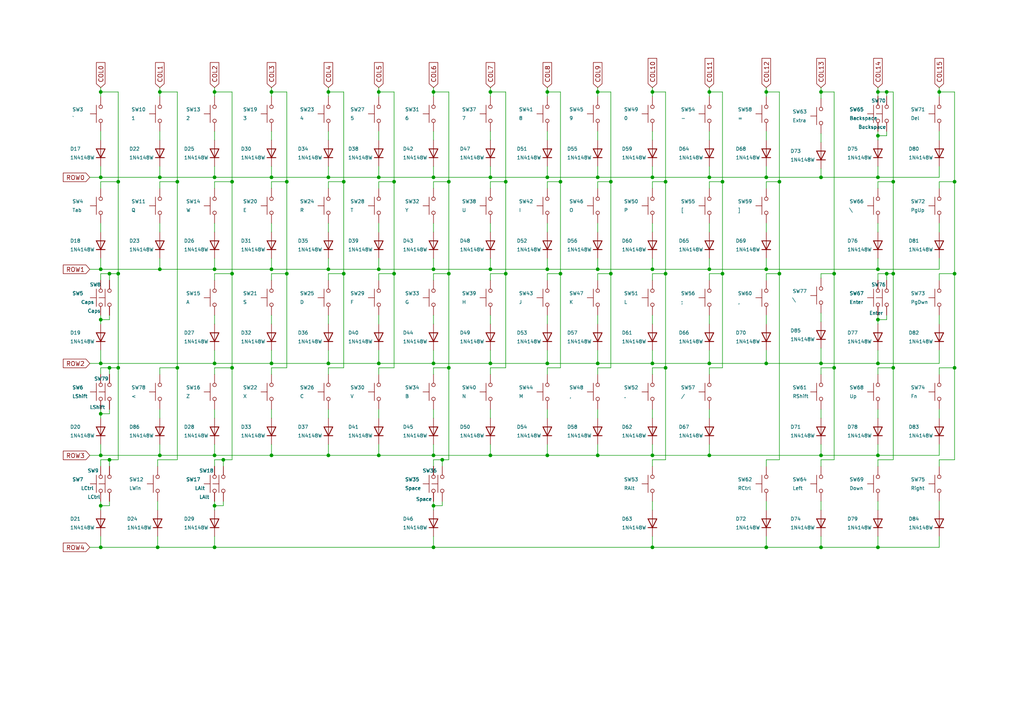
<source format=kicad_sch>
(kicad_sch (version 20211123) (generator eeschema)
  (paper "A4")
  (title_block (title "Phoenix Project No 1 - Type S") (date "2023-05-07") (rev "2") (comment 1 "Designed with love by Rico"))
  (lib_symbols
    (symbol "1N4148W_1" (pin_numbers hide) (pin_names hide)
      (property "Reference" "D" (at 0 2.54 0))
      (property "Value" "1N4148W_1" (at 0 -2.54 0))
      (symbol "1N4148W_1_1_1"
        (pin passive line (at -3.81 0 0) (length 2.54) (name "K") (number "1"))
        (pin passive line (at 3.81 0 180) (length 2.54) (name "A") (number "2"))
      )
    )
    (symbol "1N4148W_10" (pin_numbers hide) (pin_names hide)
      (property "Reference" "D" (at 0 2.54 0))
      (property "Value" "1N4148W_10" (at 0 -2.54 0))
      (symbol "1N4148W_10_1_1"
        (pin passive line (at -3.81 0 0) (length 2.54) (name "K") (number "1"))
        (pin passive line (at 3.81 0 180) (length 2.54) (name "A") (number "2"))
      )
    )
    (symbol "1N4148W_11" (pin_numbers hide) (pin_names hide)
      (property "Reference" "D" (at 0 2.54 0))
      (property "Value" "1N4148W_11" (at 0 -2.54 0))
      (symbol "1N4148W_11_1_1"
        (pin passive line (at -3.81 0 0) (length 2.54) (name "K") (number "1"))
        (pin passive line (at 3.81 0 180) (length 2.54) (name "A") (number "2"))
      )
    )
    (symbol "1N4148W_12" (pin_numbers hide) (pin_names hide)
      (property "Reference" "D" (at 0 2.54 0))
      (property "Value" "1N4148W_12" (at 0 -2.54 0))
      (symbol "1N4148W_12_1_1"
        (pin passive line (at -3.81 0 0) (length 2.54) (name "K") (number "1"))
        (pin passive line (at 3.81 0 180) (length 2.54) (name "A") (number "2"))
      )
    )
    (symbol "1N4148W_13" (pin_numbers hide) (pin_names hide)
      (property "Reference" "D" (at 0 2.54 0))
      (property "Value" "1N4148W_13" (at 0 -2.54 0))
      (symbol "1N4148W_13_1_1"
        (pin passive line (at -3.81 0 0) (length 2.54) (name "K") (number "1"))
        (pin passive line (at 3.81 0 180) (length 2.54) (name "A") (number "2"))
      )
    )
    (symbol "1N4148W_14" (pin_numbers hide) (pin_names hide)
      (property "Reference" "D" (at 0 2.54 0))
      (property "Value" "1N4148W_14" (at 0 -2.54 0))
      (symbol "1N4148W_14_1_1"
        (pin passive line (at -3.81 0 0) (length 2.54) (name "K") (number "1"))
        (pin passive line (at 3.81 0 180) (length 2.54) (name "A") (number "2"))
      )
    )
    (symbol "1N4148W_15" (pin_numbers hide) (pin_names hide)
      (property "Reference" "D" (at 0 2.54 0))
      (property "Value" "1N4148W_15" (at 0 -2.54 0))
      (symbol "1N4148W_15_1_1"
        (pin passive line (at -3.81 0 0) (length 2.54) (name "K") (number "1"))
        (pin passive line (at 3.81 0 180) (length 2.54) (name "A") (number "2"))
      )
    )
    (symbol "1N4148W_16" (pin_numbers hide) (pin_names hide)
      (property "Reference" "D" (at 0 2.54 0))
      (property "Value" "1N4148W_16" (at 0 -2.54 0))
      (symbol "1N4148W_16_1_1"
        (pin passive line (at -3.81 0 0) (length 2.54) (name "K") (number "1"))
        (pin passive line (at 3.81 0 180) (length 2.54) (name "A") (number "2"))
      )
    )
    (symbol "1N4148W_17" (pin_numbers hide) (pin_names hide)
      (property "Reference" "D" (at 0 2.54 0))
      (property "Value" "1N4148W_17" (at 0 -2.54 0))
      (symbol "1N4148W_17_1_1"
        (pin passive line (at -3.81 0 0) (length 2.54) (name "K") (number "1"))
        (pin passive line (at 3.81 0 180) (length 2.54) (name "A") (number "2"))
      )
    )
    (symbol "1N4148W_18" (pin_numbers hide) (pin_names hide)
      (property "Reference" "D" (at 0 2.54 0))
      (property "Value" "1N4148W_18" (at 0 -2.54 0))
      (symbol "1N4148W_18_1_1"
        (pin passive line (at -3.81 0 0) (length 2.54) (name "K") (number "1"))
        (pin passive line (at 3.81 0 180) (length 2.54) (name "A") (number "2"))
      )
    )
    (symbol "1N4148W_19" (pin_numbers hide) (pin_names hide)
      (property "Reference" "D" (at 0 2.54 0))
      (property "Value" "1N4148W_19" (at 0 -2.54 0))
      (symbol "1N4148W_19_1_1"
        (pin passive line (at -3.81 0 0) (length 2.54) (name "K") (number "1"))
        (pin passive line (at 3.81 0 180) (length 2.54) (name "A") (number "2"))
      )
    )
    (symbol "1N4148W_2" (pin_numbers hide) (pin_names hide)
      (property "Reference" "D" (at 0 2.54 0))
      (property "Value" "1N4148W_2" (at 0 -2.54 0))
      (symbol "1N4148W_2_1_1"
        (pin passive line (at -3.81 0 0) (length 2.54) (name "K") (number "1"))
        (pin passive line (at 3.81 0 180) (length 2.54) (name "A") (number "2"))
      )
    )
    (symbol "1N4148W_20" (pin_numbers hide) (pin_names hide)
      (property "Reference" "D" (at 0 2.54 0))
      (property "Value" "1N4148W_20" (at 0 -2.54 0))
      (symbol "1N4148W_20_1_1"
        (pin passive line (at -3.81 0 0) (length 2.54) (name "K") (number "1"))
        (pin passive line (at 3.81 0 180) (length 2.54) (name "A") (number "2"))
      )
    )
    (symbol "1N4148W_21" (pin_numbers hide) (pin_names hide)
      (property "Reference" "D" (at 0 2.54 0))
      (property "Value" "1N4148W_21" (at 0 -2.54 0))
      (symbol "1N4148W_21_1_1"
        (pin passive line (at -3.81 0 0) (length 2.54) (name "K") (number "1"))
        (pin passive line (at 3.81 0 180) (length 2.54) (name "A") (number "2"))
      )
    )
    (symbol "1N4148W_22" (pin_numbers hide) (pin_names hide)
      (property "Reference" "D" (at 0 2.54 0))
      (property "Value" "1N4148W_22" (at 0 -2.54 0))
      (symbol "1N4148W_22_1_1"
        (pin passive line (at -3.81 0 0) (length 2.54) (name "K") (number "1"))
        (pin passive line (at 3.81 0 180) (length 2.54) (name "A") (number "2"))
      )
    )
    (symbol "1N4148W_23" (pin_numbers hide) (pin_names hide)
      (property "Reference" "D" (at 0 2.54 0))
      (property "Value" "1N4148W_23" (at 0 -2.54 0))
      (symbol "1N4148W_23_1_1"
        (pin passive line (at -3.81 0 0) (length 2.54) (name "K") (number "1"))
        (pin passive line (at 3.81 0 180) (length 2.54) (name "A") (number "2"))
      )
    )
    (symbol "1N4148W_24" (pin_numbers hide) (pin_names hide)
      (property "Reference" "D" (at 0 2.54 0))
      (property "Value" "1N4148W_24" (at 0 -2.54 0))
      (symbol "1N4148W_24_1_1"
        (pin passive line (at -3.81 0 0) (length 2.54) (name "K") (number "1"))
        (pin passive line (at 3.81 0 180) (length 2.54) (name "A") (number "2"))
      )
    )
    (symbol "1N4148W_25" (pin_numbers hide) (pin_names hide)
      (property "Reference" "D" (at 0 2.54 0))
      (property "Value" "1N4148W_25" (at 0 -2.54 0))
      (symbol "1N4148W_25_1_1"
        (pin passive line (at -3.81 0 0) (length 2.54) (name "K") (number "1"))
        (pin passive line (at 3.81 0 180) (length 2.54) (name "A") (number "2"))
      )
    )
    (symbol "1N4148W_26" (pin_numbers hide) (pin_names hide)
      (property "Reference" "D" (at 0 2.54 0))
      (property "Value" "1N4148W_26" (at 0 -2.54 0))
      (symbol "1N4148W_26_1_1"
        (pin passive line (at -3.81 0 0) (length 2.54) (name "K") (number "1"))
        (pin passive line (at 3.81 0 180) (length 2.54) (name "A") (number "2"))
      )
    )
    (symbol "1N4148W_27" (pin_numbers hide) (pin_names hide)
      (property "Reference" "D" (at 0 2.54 0))
      (property "Value" "1N4148W_27" (at 0 -2.54 0))
      (symbol "1N4148W_27_1_1"
        (pin passive line (at -3.81 0 0) (length 2.54) (name "K") (number "1"))
        (pin passive line (at 3.81 0 180) (length 2.54) (name "A") (number "2"))
      )
    )
    (symbol "1N4148W_28" (pin_numbers hide) (pin_names hide)
      (property "Reference" "D" (at 0 2.54 0))
      (property "Value" "1N4148W_28" (at 0 -2.54 0))
      (symbol "1N4148W_28_1_1"
        (pin passive line (at -3.81 0 0) (length 2.54) (name "K") (number "1"))
        (pin passive line (at 3.81 0 180) (length 2.54) (name "A") (number "2"))
      )
    )
    (symbol "1N4148W_29" (pin_numbers hide) (pin_names hide)
      (property "Reference" "D" (at 0 2.54 0))
      (property "Value" "1N4148W_29" (at 0 -2.54 0))
      (symbol "1N4148W_29_1_1"
        (pin passive line (at -3.81 0 0) (length 2.54) (name "K") (number "1"))
        (pin passive line (at 3.81 0 180) (length 2.54) (name "A") (number "2"))
      )
    )
    (symbol "1N4148W_3" (pin_numbers hide) (pin_names hide)
      (property "Reference" "D" (at 0 2.54 0))
      (property "Value" "1N4148W_3" (at 0 -2.54 0))
      (symbol "1N4148W_3_1_1"
        (pin passive line (at -3.81 0 0) (length 2.54) (name "K") (number "1"))
        (pin passive line (at 3.81 0 180) (length 2.54) (name "A") (number "2"))
      )
    )
    (symbol "1N4148W_30" (pin_numbers hide) (pin_names hide)
      (property "Reference" "D" (at 0 2.54 0))
      (property "Value" "1N4148W_30" (at 0 -2.54 0))
      (symbol "1N4148W_30_1_1"
        (pin passive line (at -3.81 0 0) (length 2.54) (name "K") (number "1"))
        (pin passive line (at 3.81 0 180) (length 2.54) (name "A") (number "2"))
      )
    )
    (symbol "1N4148W_31" (pin_numbers hide) (pin_names hide)
      (property "Reference" "D" (at 0 2.54 0))
      (property "Value" "1N4148W_31" (at 0 -2.54 0))
      (symbol "1N4148W_31_1_1"
        (pin passive line (at -3.81 0 0) (length 2.54) (name "K") (number "1"))
        (pin passive line (at 3.81 0 180) (length 2.54) (name "A") (number "2"))
      )
    )
    (symbol "1N4148W_32" (pin_numbers hide) (pin_names hide)
      (property "Reference" "D" (at 0 2.54 0))
      (property "Value" "1N4148W_32" (at 0 -2.54 0))
      (symbol "1N4148W_32_1_1"
        (pin passive line (at -3.81 0 0) (length 2.54) (name "K") (number "1"))
        (pin passive line (at 3.81 0 180) (length 2.54) (name "A") (number "2"))
      )
    )
    (symbol "1N4148W_33" (pin_numbers hide) (pin_names hide)
      (property "Reference" "D" (at 0 2.54 0))
      (property "Value" "1N4148W_33" (at 0 -2.54 0))
      (symbol "1N4148W_33_1_1"
        (pin passive line (at -3.81 0 0) (length 2.54) (name "K") (number "1"))
        (pin passive line (at 3.81 0 180) (length 2.54) (name "A") (number "2"))
      )
    )
    (symbol "1N4148W_34" (pin_numbers hide) (pin_names hide)
      (property "Reference" "D" (at 0 2.54 0))
      (property "Value" "1N4148W_34" (at 0 -2.54 0))
      (symbol "1N4148W_34_1_1"
        (pin passive line (at -3.81 0 0) (length 2.54) (name "K") (number "1"))
        (pin passive line (at 3.81 0 180) (length 2.54) (name "A") (number "2"))
      )
    )
    (symbol "1N4148W_35" (pin_numbers hide) (pin_names hide)
      (property "Reference" "D" (at 0 2.54 0))
      (property "Value" "1N4148W_35" (at 0 -2.54 0))
      (symbol "1N4148W_35_1_1"
        (pin passive line (at -3.81 0 0) (length 2.54) (name "K") (number "1"))
        (pin passive line (at 3.81 0 180) (length 2.54) (name "A") (number "2"))
      )
    )
    (symbol "1N4148W_36" (pin_numbers hide) (pin_names hide)
      (property "Reference" "D" (at 0 2.54 0))
      (property "Value" "1N4148W_36" (at 0 -2.54 0))
      (symbol "1N4148W_36_1_1"
        (pin passive line (at -3.81 0 0) (length 2.54) (name "K") (number "1"))
        (pin passive line (at 3.81 0 180) (length 2.54) (name "A") (number "2"))
      )
    )
    (symbol "1N4148W_37" (pin_numbers hide) (pin_names hide)
      (property "Reference" "D" (at 0 2.54 0))
      (property "Value" "1N4148W_37" (at 0 -2.54 0))
      (symbol "1N4148W_37_1_1"
        (pin passive line (at -3.81 0 0) (length 2.54) (name "K") (number "1"))
        (pin passive line (at 3.81 0 180) (length 2.54) (name "A") (number "2"))
      )
    )
    (symbol "1N4148W_38" (pin_numbers hide) (pin_names hide)
      (property "Reference" "D" (at 0 2.54 0))
      (property "Value" "1N4148W_38" (at 0 -2.54 0))
      (symbol "1N4148W_38_1_1"
        (pin passive line (at -3.81 0 0) (length 2.54) (name "K") (number "1"))
        (pin passive line (at 3.81 0 180) (length 2.54) (name "A") (number "2"))
      )
    )
    (symbol "1N4148W_39" (pin_numbers hide) (pin_names hide)
      (property "Reference" "D" (at 0 2.54 0))
      (property "Value" "1N4148W_39" (at 0 -2.54 0))
      (symbol "1N4148W_39_1_1"
        (pin passive line (at -3.81 0 0) (length 2.54) (name "K") (number "1"))
        (pin passive line (at 3.81 0 180) (length 2.54) (name "A") (number "2"))
      )
    )
    (symbol "1N4148W_4" (pin_numbers hide) (pin_names hide)
      (property "Reference" "D" (at 0 2.54 0))
      (property "Value" "1N4148W_4" (at 0 -2.54 0))
      (symbol "1N4148W_4_1_1"
        (pin passive line (at -3.81 0 0) (length 2.54) (name "K") (number "1"))
        (pin passive line (at 3.81 0 180) (length 2.54) (name "A") (number "2"))
      )
    )
    (symbol "1N4148W_40" (pin_numbers hide) (pin_names hide)
      (property "Reference" "D" (at 0 2.54 0))
      (property "Value" "1N4148W_40" (at 0 -2.54 0))
      (symbol "1N4148W_40_1_1"
        (pin passive line (at -3.81 0 0) (length 2.54) (name "K") (number "1"))
        (pin passive line (at 3.81 0 180) (length 2.54) (name "A") (number "2"))
      )
    )
    (symbol "1N4148W_41" (pin_numbers hide) (pin_names hide)
      (property "Reference" "D" (at 0 2.54 0))
      (property "Value" "1N4148W_41" (at 0 -2.54 0))
      (symbol "1N4148W_41_1_1"
        (pin passive line (at -3.81 0 0) (length 2.54) (name "K") (number "1"))
        (pin passive line (at 3.81 0 180) (length 2.54) (name "A") (number "2"))
      )
    )
    (symbol "1N4148W_42" (pin_numbers hide) (pin_names hide)
      (property "Reference" "D" (at 0 2.54 0))
      (property "Value" "1N4148W_42" (at 0 -2.54 0))
      (symbol "1N4148W_42_1_1"
        (pin passive line (at -3.81 0 0) (length 2.54) (name "K") (number "1"))
        (pin passive line (at 3.81 0 180) (length 2.54) (name "A") (number "2"))
      )
    )
    (symbol "1N4148W_43" (pin_numbers hide) (pin_names hide)
      (property "Reference" "D" (at 0 2.54 0))
      (property "Value" "1N4148W_43" (at 0 -2.54 0))
      (symbol "1N4148W_43_1_1"
        (pin passive line (at -3.81 0 0) (length 2.54) (name "K") (number "1"))
        (pin passive line (at 3.81 0 180) (length 2.54) (name "A") (number "2"))
      )
    )
    (symbol "1N4148W_44" (pin_numbers hide) (pin_names hide)
      (property "Reference" "D" (at 0 2.54 0))
      (property "Value" "1N4148W_44" (at 0 -2.54 0))
      (symbol "1N4148W_44_1_1"
        (pin passive line (at -3.81 0 0) (length 2.54) (name "K") (number "1"))
        (pin passive line (at 3.81 0 180) (length 2.54) (name "A") (number "2"))
      )
    )
    (symbol "1N4148W_45" (pin_numbers hide) (pin_names hide)
      (property "Reference" "D" (at 0 2.54 0))
      (property "Value" "1N4148W_45" (at 0 -2.54 0))
      (symbol "1N4148W_45_1_1"
        (pin passive line (at -3.81 0 0) (length 2.54) (name "K") (number "1"))
        (pin passive line (at 3.81 0 180) (length 2.54) (name "A") (number "2"))
      )
    )
    (symbol "1N4148W_46" (pin_numbers hide) (pin_names hide)
      (property "Reference" "D" (at 0 2.54 0))
      (property "Value" "1N4148W_46" (at 0 -2.54 0))
      (symbol "1N4148W_46_1_1"
        (pin passive line (at -3.81 0 0) (length 2.54) (name "K") (number "1"))
        (pin passive line (at 3.81 0 180) (length 2.54) (name "A") (number "2"))
      )
    )
    (symbol "1N4148W_47" (pin_numbers hide) (pin_names hide)
      (property "Reference" "D" (at 0 2.54 0))
      (property "Value" "1N4148W_47" (at 0 -2.54 0))
      (symbol "1N4148W_47_1_1"
        (pin passive line (at -3.81 0 0) (length 2.54) (name "K") (number "1"))
        (pin passive line (at 3.81 0 180) (length 2.54) (name "A") (number "2"))
      )
    )
    (symbol "1N4148W_48" (pin_numbers hide) (pin_names hide)
      (property "Reference" "D" (at 0 2.54 0))
      (property "Value" "1N4148W_48" (at 0 -2.54 0))
      (symbol "1N4148W_48_1_1"
        (pin passive line (at -3.81 0 0) (length 2.54) (name "K") (number "1"))
        (pin passive line (at 3.81 0 180) (length 2.54) (name "A") (number "2"))
      )
    )
    (symbol "1N4148W_49" (pin_numbers hide) (pin_names hide)
      (property "Reference" "D" (at 0 2.54 0))
      (property "Value" "1N4148W_49" (at 0 -2.54 0))
      (symbol "1N4148W_49_1_1"
        (pin passive line (at -3.81 0 0) (length 2.54) (name "K") (number "1"))
        (pin passive line (at 3.81 0 180) (length 2.54) (name "A") (number "2"))
      )
    )
    (symbol "1N4148W_5" (pin_numbers hide) (pin_names hide)
      (property "Reference" "D" (at 0 2.54 0))
      (property "Value" "1N4148W_5" (at 0 -2.54 0))
      (symbol "1N4148W_5_1_1"
        (pin passive line (at -3.81 0 0) (length 2.54) (name "K") (number "1"))
        (pin passive line (at 3.81 0 180) (length 2.54) (name "A") (number "2"))
      )
    )
    (symbol "1N4148W_50" (pin_numbers hide) (pin_names hide)
      (property "Reference" "D" (at 0 2.54 0))
      (property "Value" "1N4148W_50" (at 0 -2.54 0))
      (symbol "1N4148W_50_1_1"
        (pin passive line (at -3.81 0 0) (length 2.54) (name "K") (number "1"))
        (pin passive line (at 3.81 0 180) (length 2.54) (name "A") (number "2"))
      )
    )
    (symbol "1N4148W_51" (pin_numbers hide) (pin_names hide)
      (property "Reference" "D" (at 0 2.54 0))
      (property "Value" "1N4148W_51" (at 0 -2.54 0))
      (symbol "1N4148W_51_1_1"
        (pin passive line (at -3.81 0 0) (length 2.54) (name "K") (number "1"))
        (pin passive line (at 3.81 0 180) (length 2.54) (name "A") (number "2"))
      )
    )
    (symbol "1N4148W_52" (pin_numbers hide) (pin_names hide)
      (property "Reference" "D" (at 0 2.54 0))
      (property "Value" "1N4148W_52" (at 0 -2.54 0))
      (symbol "1N4148W_52_1_1"
        (pin passive line (at -3.81 0 0) (length 2.54) (name "K") (number "1"))
        (pin passive line (at 3.81 0 180) (length 2.54) (name "A") (number "2"))
      )
    )
    (symbol "1N4148W_53" (pin_numbers hide) (pin_names hide)
      (property "Reference" "D" (at 0 2.54 0))
      (property "Value" "1N4148W_53" (at 0 -2.54 0))
      (symbol "1N4148W_53_1_1"
        (pin passive line (at -3.81 0 0) (length 2.54) (name "K") (number "1"))
        (pin passive line (at 3.81 0 180) (length 2.54) (name "A") (number "2"))
      )
    )
    (symbol "1N4148W_54" (pin_numbers hide) (pin_names hide)
      (property "Reference" "D" (at 0 2.54 0))
      (property "Value" "1N4148W_54" (at 0 -2.54 0))
      (symbol "1N4148W_54_1_1"
        (pin passive line (at -3.81 0 0) (length 2.54) (name "K") (number "1"))
        (pin passive line (at 3.81 0 180) (length 2.54) (name "A") (number "2"))
      )
    )
    (symbol "1N4148W_55" (pin_numbers hide) (pin_names hide)
      (property "Reference" "D" (at 0 2.54 0))
      (property "Value" "1N4148W_55" (at 0 -2.54 0))
      (symbol "1N4148W_55_1_1"
        (pin passive line (at -3.81 0 0) (length 2.54) (name "K") (number "1"))
        (pin passive line (at 3.81 0 180) (length 2.54) (name "A") (number "2"))
      )
    )
    (symbol "1N4148W_56" (pin_numbers hide) (pin_names hide)
      (property "Reference" "D" (at 0 2.54 0))
      (property "Value" "1N4148W_56" (at 0 -2.54 0))
      (symbol "1N4148W_56_1_1"
        (pin passive line (at -3.81 0 0) (length 2.54) (name "K") (number "1"))
        (pin passive line (at 3.81 0 180) (length 2.54) (name "A") (number "2"))
      )
    )
    (symbol "1N4148W_57" (pin_numbers hide) (pin_names hide)
      (property "Reference" "D" (at 0 2.54 0))
      (property "Value" "1N4148W_57" (at 0 -2.54 0))
      (symbol "1N4148W_57_1_1"
        (pin passive line (at -3.81 0 0) (length 2.54) (name "K") (number "1"))
        (pin passive line (at 3.81 0 180) (length 2.54) (name "A") (number "2"))
      )
    )
    (symbol "1N4148W_58" (pin_numbers hide) (pin_names hide)
      (property "Reference" "D" (at 0 2.54 0))
      (property "Value" "1N4148W_58" (at 0 -2.54 0))
      (symbol "1N4148W_58_1_1"
        (pin passive line (at -3.81 0 0) (length 2.54) (name "K") (number "1"))
        (pin passive line (at 3.81 0 180) (length 2.54) (name "A") (number "2"))
      )
    )
    (symbol "1N4148W_59" (pin_numbers hide) (pin_names hide)
      (property "Reference" "D" (at 0 2.54 0))
      (property "Value" "1N4148W_59" (at 0 -2.54 0))
      (symbol "1N4148W_59_1_1"
        (pin passive line (at -3.81 0 0) (length 2.54) (name "K") (number "1"))
        (pin passive line (at 3.81 0 180) (length 2.54) (name "A") (number "2"))
      )
    )
    (symbol "1N4148W_6" (pin_numbers hide) (pin_names hide)
      (property "Reference" "D" (at 0 2.54 0))
      (property "Value" "1N4148W_6" (at 0 -2.54 0))
      (symbol "1N4148W_6_1_1"
        (pin passive line (at -3.81 0 0) (length 2.54) (name "K") (number "1"))
        (pin passive line (at 3.81 0 180) (length 2.54) (name "A") (number "2"))
      )
    )
    (symbol "1N4148W_60" (pin_numbers hide) (pin_names hide)
      (property "Reference" "D" (at 0 2.54 0))
      (property "Value" "1N4148W_60" (at 0 -2.54 0))
      (symbol "1N4148W_60_1_1"
        (pin passive line (at -3.81 0 0) (length 2.54) (name "K") (number "1"))
        (pin passive line (at 3.81 0 180) (length 2.54) (name "A") (number "2"))
      )
    )
    (symbol "1N4148W_61" (pin_numbers hide) (pin_names hide)
      (property "Reference" "D" (at 0 2.54 0))
      (property "Value" "1N4148W_61" (at 0 -2.54 0))
      (symbol "1N4148W_61_1_1"
        (pin passive line (at -3.81 0 0) (length 2.54) (name "K") (number "1"))
        (pin passive line (at 3.81 0 180) (length 2.54) (name "A") (number "2"))
      )
    )
    (symbol "1N4148W_62" (pin_numbers hide) (pin_names hide)
      (property "Reference" "D" (at 0 2.54 0))
      (property "Value" "1N4148W_62" (at 0 -2.54 0))
      (symbol "1N4148W_62_1_1"
        (pin passive line (at -3.81 0 0) (length 2.54) (name "K") (number "1"))
        (pin passive line (at 3.81 0 180) (length 2.54) (name "A") (number "2"))
      )
    )
    (symbol "1N4148W_63" (pin_numbers hide) (pin_names hide)
      (property "Reference" "D" (at 0 2.54 0))
      (property "Value" "1N4148W_63" (at 0 -2.54 0))
      (symbol "1N4148W_63_1_1"
        (pin passive line (at -3.81 0 0) (length 2.54) (name "K") (number "1"))
        (pin passive line (at 3.81 0 180) (length 2.54) (name "A") (number "2"))
      )
    )
    (symbol "1N4148W_64" (pin_numbers hide) (pin_names hide)
      (property "Reference" "D" (at 0 2.54 0))
      (property "Value" "1N4148W_64" (at 0 -2.54 0))
      (symbol "1N4148W_64_1_1"
        (pin passive line (at -3.81 0 0) (length 2.54) (name "K") (number "1"))
        (pin passive line (at 3.81 0 180) (length 2.54) (name "A") (number "2"))
      )
    )
    (symbol "1N4148W_65" (pin_numbers hide) (pin_names hide)
      (property "Reference" "D" (at 0 2.54 0))
      (property "Value" "1N4148W_65" (at 0 -2.54 0))
      (symbol "1N4148W_65_1_1"
        (pin passive line (at -3.81 0 0) (length 2.54) (name "K") (number "1"))
        (pin passive line (at 3.81 0 180) (length 2.54) (name "A") (number "2"))
      )
    )
    (symbol "1N4148W_7" (pin_numbers hide) (pin_names hide)
      (property "Reference" "D" (at 0 2.54 0))
      (property "Value" "1N4148W_7" (at 0 -2.54 0))
      (symbol "1N4148W_7_1_1"
        (pin passive line (at -3.81 0 0) (length 2.54) (name "K") (number "1"))
        (pin passive line (at 3.81 0 180) (length 2.54) (name "A") (number "2"))
      )
    )
    (symbol "1N4148W_8" (pin_numbers hide) (pin_names hide)
      (property "Reference" "D" (at 0 2.54 0))
      (property "Value" "1N4148W_8" (at 0 -2.54 0))
      (symbol "1N4148W_8_1_1"
        (pin passive line (at -3.81 0 0) (length 2.54) (name "K") (number "1"))
        (pin passive line (at 3.81 0 180) (length 2.54) (name "A") (number "2"))
      )
    )
    (symbol "1N4148W_9" (pin_numbers hide) (pin_names hide)
      (property "Reference" "D" (at 0 2.54 0))
      (property "Value" "1N4148W_9" (at 0 -2.54 0))
      (symbol "1N4148W_9_1_1"
        (pin passive line (at -3.81 0 0) (length 2.54) (name "K") (number "1"))
        (pin passive line (at 3.81 0 180) (length 2.54) (name "A") (number "2"))
      )
    )
    (symbol "Diode:1N4148W" (pin_numbers hide) (pin_names hide)
      (property "Reference" "D" (at 0 2.54 0))
      (property "Value" "1N4148W" (at 0 -2.54 0))
      (symbol "1N4148W_1_1"
        (pin passive line (at -3.81 0 0) (length 2.54) (name "K") (number "1"))
        (pin passive line (at 3.81 0 180) (length 2.54) (name "A") (number "2"))
      )
    )
    (symbol "Switch:SW_Push" (pin_numbers hide) (pin_names (offset 1.016) hide)
      (property "Reference" "SW" (at 1.27 2.54 0))
      (property "Value" "SW_Push" (at 0 -1.524 0))
      (symbol "SW_Push_0_1"
        (pin passive line (at -5.08 0 0) (length 2.54) (name "1") (number "1"))
        (pin passive line (at 5.08 0 180) (length 2.54) (name "2") (number "2"))
      )
    )
  )
  (junction (at 238.125 158.75))
  (junction (at 62.23 78.105))
  (junction (at 254.635 132.08))
  (junction (at 51.435 106.68))
  (junction (at 238.125 105.41))
  (junction (at 62.23 105.41))
  (junction (at 125.73 51.435))
  (junction (at 83.185 52.705))
  (junction (at 173.355 78.105))
  (junction (at 158.75 105.41))
  (junction (at 142.24 78.105))
  (junction (at 142.24 51.435))
  (junction (at 193.04 52.705))
  (junction (at 29.21 78.105))
  (junction (at 259.08 79.375))
  (junction (at 29.21 26.67))
  (junction (at 209.55 52.705))
  (junction (at 29.21 51.435))
  (junction (at 173.355 132.08))
  (junction (at 177.165 52.705))
  (junction (at 99.695 79.375))
  (junction (at 29.21 105.41))
  (junction (at 142.24 105.41))
  (junction (at 142.24 26.67))
  (junction (at 29.21 158.75))
  (junction (at 205.74 26.67))
  (junction (at 142.24 132.08))
  (junction (at 254.635 92.71))
  (junction (at 109.855 105.41))
  (junction (at 78.74 105.41))
  (junction (at 146.685 79.375))
  (junction (at 78.74 26.67))
  (junction (at 67.31 106.68))
  (junction (at 173.355 51.435))
  (junction (at 130.175 106.68))
  (junction (at 205.74 132.08))
  (junction (at 222.25 105.41))
  (junction (at 162.56 52.705))
  (junction (at 95.25 78.105))
  (junction (at 125.73 105.41))
  (junction (at 45.72 158.75))
  (junction (at 109.855 51.435))
  (junction (at 177.165 79.375))
  (junction (at 62.23 146.685))
  (junction (at 238.125 132.08))
  (junction (at 241.935 106.68))
  (junction (at 62.23 26.67))
  (junction (at 46.355 51.435))
  (junction (at 254.635 105.41))
  (junction (at 241.935 79.375))
  (junction (at 78.74 51.435))
  (junction (at 222.25 26.67))
  (junction (at 109.855 26.67))
  (junction (at 146.685 52.705))
  (junction (at 34.29 52.705))
  (junction (at 276.86 106.68))
  (junction (at 83.185 79.375))
  (junction (at 162.56 79.375))
  (junction (at 109.855 132.08))
  (junction (at 189.23 78.105))
  (junction (at 125.73 158.75))
  (junction (at 130.175 52.705))
  (junction (at 51.435 52.705))
  (junction (at 209.55 79.375))
  (junction (at 34.29 79.375))
  (junction (at 31.75 106.68))
  (junction (at 29.21 120.015))
  (junction (at 189.23 105.41))
  (junction (at 125.73 78.105))
  (junction (at 276.86 79.375))
  (junction (at 222.25 78.105))
  (junction (at 114.3 52.705))
  (junction (at 259.08 52.705))
  (junction (at 205.74 51.435))
  (junction (at 95.25 132.08))
  (junction (at 189.23 158.75))
  (junction (at 95.25 51.435))
  (junction (at 254.635 51.435))
  (junction (at 95.25 105.41))
  (junction (at 158.75 132.08))
  (junction (at 222.25 158.75))
  (junction (at 67.31 79.375))
  (junction (at 254.635 39.37))
  (junction (at 189.23 51.435))
  (junction (at 257.175 79.375))
  (junction (at 254.635 26.67))
  (junction (at 158.75 51.435))
  (junction (at 125.73 146.685))
  (junction (at 78.74 132.08))
  (junction (at 238.125 26.67))
  (junction (at 46.355 132.08))
  (junction (at 29.21 146.685))
  (junction (at 205.74 105.41))
  (junction (at 114.3 79.375))
  (junction (at 254.635 158.75))
  (junction (at 158.75 78.105))
  (junction (at 29.21 132.08))
  (junction (at 272.415 26.67))
  (junction (at 193.04 106.68))
  (junction (at 226.06 79.375))
  (junction (at 62.23 132.08))
  (junction (at 205.74 78.105))
  (junction (at 189.23 132.08))
  (junction (at 67.31 52.705))
  (junction (at 173.355 26.67))
  (junction (at 31.75 79.375))
  (junction (at 189.23 26.67))
  (junction (at 226.06 52.705))
  (junction (at 128.27 133.35))
  (junction (at 193.04 79.375))
  (junction (at 29.21 92.71))
  (junction (at 276.86 52.705))
  (junction (at 46.355 26.67))
  (junction (at 259.08 106.68))
  (junction (at 78.74 78.105))
  (junction (at 125.73 26.67))
  (junction (at 173.355 105.41))
  (junction (at 99.695 52.705))
  (junction (at 95.25 26.67))
  (junction (at 130.175 79.375))
  (junction (at 31.75 133.35))
  (junction (at 238.125 51.435))
  (junction (at 62.23 51.435))
  (junction (at 64.77 133.35))
  (junction (at 109.855 78.105))
  (junction (at 257.175 26.67))
  (junction (at 62.23 158.75))
  (junction (at 34.29 106.68))
  (junction (at 222.25 51.435))
  (junction (at 46.355 78.105))
  (junction (at 158.75 26.67))
  (junction (at 125.73 132.08))
  (junction (at 254.635 78.105))
  (wire (pts (xy 257.175 26.67) (xy 257.175 27.94)))
  (wire (pts (xy 62.23 74.93) (xy 62.23 78.105)))
  (wire (pts (xy 272.415 26.67) (xy 276.86 26.67)))
  (wire (pts (xy 173.355 74.93) (xy 173.355 78.105)))
  (wire (pts (xy 95.25 26.67) (xy 95.25 27.94)))
  (wire (pts (xy 259.08 79.375) (xy 257.175 79.375)))
  (wire (pts (xy 78.74 38.1) (xy 78.74 40.64)))
  (wire (pts (xy 78.74 79.375) (xy 78.74 81.28)))
  (wire (pts (xy 205.74 132.08) (xy 238.125 132.08)))
  (wire (pts (xy 158.75 26.67) (xy 158.75 27.94)))
  (wire (pts (xy 238.125 118.745) (xy 238.125 121.285)))
  (wire (pts (xy 64.77 146.685) (xy 62.23 146.685)))
  (wire (pts (xy 95.25 118.745) (xy 95.25 121.285)))
  (wire (pts (xy 254.635 25.4) (xy 254.635 26.67)))
  (wire (pts (xy 78.74 78.105) (xy 62.23 78.105)))
  (wire (pts (xy 78.74 118.745) (xy 78.74 121.285)))
  (wire (pts (xy 173.355 26.67) (xy 177.165 26.67)))
  (wire (pts (xy 189.23 26.67) (xy 193.04 26.67)))
  (wire (pts (xy 158.75 132.08) (xy 142.24 132.08)))
  (wire (pts (xy 257.175 39.37) (xy 254.635 39.37)))
  (wire (pts (xy 254.635 39.37) (xy 254.635 40.64)))
  (wire (pts (xy 158.75 118.745) (xy 158.75 121.285)))
  (wire (pts (xy 254.635 79.375) (xy 254.635 81.28)))
  (wire (pts (xy 142.24 51.435) (xy 125.73 51.435)))
  (wire (pts (xy 146.685 26.67) (xy 146.685 52.705)))
  (wire (pts (xy 189.23 105.41) (xy 173.355 105.41)))
  (wire (pts (xy 31.75 106.68) (xy 31.75 108.585)))
  (wire (pts (xy 78.74 101.6) (xy 78.74 105.41)))
  (wire (pts (xy 222.25 52.705) (xy 222.25 54.61)))
  (wire (pts (xy 226.06 79.375) (xy 222.25 79.375)))
  (wire (pts (xy 226.06 26.67) (xy 226.06 52.705)))
  (wire (pts (xy 158.75 79.375) (xy 158.75 81.28)))
  (wire (pts (xy 125.73 105.41) (xy 109.855 105.41)))
  (wire (pts (xy 109.855 106.68) (xy 109.855 108.585)))
  (wire (pts (xy 189.23 51.435) (xy 173.355 51.435)))
  (wire (pts (xy 254.635 145.415) (xy 254.635 147.955)))
  (wire (pts (xy 62.23 38.1) (xy 62.23 40.64)))
  (wire (pts (xy 222.25 51.435) (xy 238.125 51.435)))
  (wire (pts (xy 67.31 79.375) (xy 62.23 79.375)))
  (wire (pts (xy 173.355 106.68) (xy 173.355 108.585)))
  (wire (pts (xy 259.08 106.68) (xy 254.635 106.68)))
  (wire (pts (xy 29.21 52.705) (xy 29.21 54.61)))
  (wire (pts (xy 46.355 106.68) (xy 51.435 106.68)))
  (wire (pts (xy 130.175 106.68) (xy 130.175 133.35)))
  (wire (pts (xy 62.23 25.4) (xy 62.23 26.67)))
  (wire (pts (xy 29.21 120.015) (xy 29.21 121.285)))
  (wire (pts (xy 29.21 26.67) (xy 34.29 26.67)))
  (wire (pts (xy 142.24 101.6) (xy 142.24 105.41)))
  (wire (pts (xy 272.415 155.575) (xy 272.415 158.75)))
  (wire (pts (xy 125.73 51.435) (xy 109.855 51.435)))
  (wire (pts (xy 29.21 128.905) (xy 29.21 132.08)))
  (wire (pts (xy 222.25 26.67) (xy 226.06 26.67)))
  (wire (pts (xy 222.25 91.44) (xy 222.25 93.98)))
  (wire (pts (xy 254.635 118.745) (xy 254.635 121.285)))
  (wire (pts (xy 67.31 79.375) (xy 67.31 106.68)))
  (wire (pts (xy 158.75 78.105) (xy 142.24 78.105)))
  (wire (pts (xy 189.23 158.75) (xy 125.73 158.75)))
  (wire (pts (xy 51.435 133.35) (xy 45.72 133.35)))
  (wire (pts (xy 254.635 155.575) (xy 254.635 158.75)))
  (wire (pts (xy 109.855 128.905) (xy 109.855 132.08)))
  (wire (pts (xy 83.185 52.705) (xy 83.185 79.375)))
  (wire (pts (xy 209.55 106.68) (xy 205.74 106.68)))
  (wire (pts (xy 142.24 105.41) (xy 125.73 105.41)))
  (wire (pts (xy 173.355 128.905) (xy 173.355 132.08)))
  (wire (pts (xy 142.24 52.705) (xy 142.24 54.61)))
  (wire (pts (xy 29.21 155.575) (xy 29.21 158.75)))
  (wire (pts (xy 226.06 52.705) (xy 226.06 79.375)))
  (wire (pts (xy 114.3 106.68) (xy 109.855 106.68)))
  (wire (pts (xy 162.56 26.67) (xy 162.56 52.705)))
  (wire (pts (xy 272.415 52.705) (xy 272.415 54.61)))
  (wire (pts (xy 254.635 52.705) (xy 254.635 54.61)))
  (wire (pts (xy 125.73 158.75) (xy 62.23 158.75)))
  (wire (pts (xy 238.125 51.435) (xy 254.635 51.435)))
  (wire (pts (xy 276.86 106.68) (xy 272.415 106.68)))
  (wire (pts (xy 29.21 133.35) (xy 31.75 133.35)))
  (wire (pts (xy 29.21 101.6) (xy 29.21 105.41)))
  (wire (pts (xy 205.74 105.41) (xy 189.23 105.41)))
  (wire (pts (xy 34.29 52.705) (xy 34.29 79.375)))
  (wire (pts (xy 109.855 105.41) (xy 95.25 105.41)))
  (wire (pts (xy 257.175 92.71) (xy 254.635 92.71)))
  (wire (pts (xy 67.31 106.68) (xy 62.23 106.68)))
  (wire (pts (xy 125.73 26.67) (xy 130.175 26.67)))
  (wire (pts (xy 29.21 105.41) (xy 26.035 105.41)))
  (wire (pts (xy 45.72 145.415) (xy 45.72 147.955)))
  (wire (pts (xy 31.75 79.375) (xy 31.75 81.28)))
  (wire (pts (xy 272.415 79.375) (xy 272.415 81.28)))
  (wire (pts (xy 189.23 78.105) (xy 173.355 78.105)))
  (wire (pts (xy 29.21 48.26) (xy 29.21 51.435)))
  (wire (pts (xy 222.25 155.575) (xy 222.25 158.75)))
  (wire (pts (xy 158.75 51.435) (xy 142.24 51.435)))
  (wire (pts (xy 238.125 100.965) (xy 238.125 105.41)))
  (wire (pts (xy 272.415 106.68) (xy 272.415 108.585)))
  (wire (pts (xy 46.355 25.4) (xy 46.355 26.67)))
  (wire (pts (xy 276.86 106.68) (xy 276.86 133.35)))
  (wire (pts (xy 173.355 91.44) (xy 173.355 93.98)))
  (wire (pts (xy 46.355 128.905) (xy 46.355 132.08)))
  (wire (pts (xy 272.415 133.35) (xy 272.415 135.255)))
  (wire (pts (xy 125.73 48.26) (xy 125.73 51.435)))
  (wire (pts (xy 95.25 78.105) (xy 78.74 78.105)))
  (wire (pts (xy 114.3 52.705) (xy 109.855 52.705)))
  (wire (pts (xy 130.175 52.705) (xy 125.73 52.705)))
  (wire (pts (xy 146.685 52.705) (xy 142.24 52.705)))
  (wire (pts (xy 238.125 26.67) (xy 241.935 26.67)))
  (wire (pts (xy 226.06 79.375) (xy 226.06 133.35)))
  (wire (pts (xy 95.25 26.67) (xy 99.695 26.67)))
  (wire (pts (xy 272.415 101.6) (xy 272.415 105.41)))
  (wire (pts (xy 83.185 79.375) (xy 83.185 106.68)))
  (wire (pts (xy 67.31 52.705) (xy 62.23 52.705)))
  (wire (pts (xy 31.75 92.71) (xy 29.21 92.71)))
  (wire (pts (xy 109.855 118.745) (xy 109.855 121.285)))
  (wire (pts (xy 259.08 52.705) (xy 254.635 52.705)))
  (wire (pts (xy 29.21 91.44) (xy 29.21 92.71)))
  (wire (pts (xy 177.165 52.705) (xy 177.165 79.375)))
  (wire (pts (xy 31.75 118.745) (xy 31.75 120.015)))
  (wire (pts (xy 238.125 128.905) (xy 238.125 132.08)))
  (wire (pts (xy 78.74 25.4) (xy 78.74 26.67)))
  (wire (pts (xy 78.74 132.08) (xy 62.23 132.08)))
  (wire (pts (xy 173.355 48.26) (xy 173.355 51.435)))
  (wire (pts (xy 222.25 64.77) (xy 222.25 67.31)))
  (wire (pts (xy 205.74 118.745) (xy 205.74 121.285)))
  (wire (pts (xy 238.125 25.4) (xy 238.125 26.67)))
  (wire (pts (xy 276.86 26.67) (xy 276.86 52.705)))
  (wire (pts (xy 95.25 52.705) (xy 95.25 54.61)))
  (wire (pts (xy 142.24 79.375) (xy 142.24 81.28)))
  (wire (pts (xy 222.25 78.105) (xy 205.74 78.105)))
  (wire (pts (xy 109.855 26.67) (xy 114.3 26.67)))
  (wire (pts (xy 29.21 158.75) (xy 45.72 158.75)))
  (wire (pts (xy 238.125 26.67) (xy 238.125 28.575)))
  (wire (pts (xy 177.165 79.375) (xy 173.355 79.375)))
  (wire (pts (xy 78.74 106.68) (xy 78.74 108.585)))
  (wire (pts (xy 205.74 79.375) (xy 205.74 81.28)))
  (wire (pts (xy 205.74 25.4) (xy 205.74 26.67)))
  (wire (pts (xy 125.73 38.1) (xy 125.73 40.64)))
  (wire (pts (xy 189.23 91.44) (xy 189.23 93.98)))
  (wire (pts (xy 125.73 155.575) (xy 125.73 158.75)))
  (wire (pts (xy 142.24 26.67) (xy 146.685 26.67)))
  (wire (pts (xy 162.56 52.705) (xy 158.75 52.705)))
  (wire (pts (xy 62.23 133.35) (xy 62.23 135.255)))
  (wire (pts (xy 95.25 79.375) (xy 95.25 81.28)))
  (wire (pts (xy 125.73 74.93) (xy 125.73 78.105)))
  (wire (pts (xy 193.04 26.67) (xy 193.04 52.705)))
  (wire (pts (xy 226.06 52.705) (xy 222.25 52.705)))
  (wire (pts (xy 125.73 146.685) (xy 125.73 147.955)))
  (wire (pts (xy 62.23 101.6) (xy 62.23 105.41)))
  (wire (pts (xy 128.27 133.35) (xy 128.27 135.255)))
  (wire (pts (xy 276.86 79.375) (xy 272.415 79.375)))
  (wire (pts (xy 29.21 133.35) (xy 29.21 135.255)))
  (wire (pts (xy 189.23 133.35) (xy 189.23 135.255)))
  (wire (pts (xy 83.185 106.68) (xy 78.74 106.68)))
  (wire (pts (xy 193.04 79.375) (xy 193.04 106.68)))
  (wire (pts (xy 29.21 79.375) (xy 31.75 79.375)))
  (wire (pts (xy 209.55 79.375) (xy 205.74 79.375)))
  (wire (pts (xy 238.125 80.645) (xy 238.125 79.375)))
  (wire (pts (xy 31.75 79.375) (xy 34.29 79.375)))
  (wire (pts (xy 46.355 108.585) (xy 46.355 106.68)))
  (wire (pts (xy 34.29 26.67) (xy 34.29 52.705)))
  (wire (pts (xy 46.355 51.435) (xy 29.21 51.435)))
  (wire (pts (xy 205.74 52.705) (xy 205.74 54.61)))
  (wire (pts (xy 99.695 79.375) (xy 95.25 79.375)))
  (wire (pts (xy 222.25 74.93) (xy 222.25 78.105)))
  (wire (pts (xy 189.23 64.77) (xy 189.23 67.31)))
  (wire (pts (xy 205.74 78.105) (xy 189.23 78.105)))
  (wire (pts (xy 272.415 38.1) (xy 272.415 40.64)))
  (wire (pts (xy 29.21 106.68) (xy 29.21 108.585)))
  (wire (pts (xy 99.695 106.68) (xy 95.25 106.68)))
  (wire (pts (xy 238.125 48.895) (xy 238.125 51.435)))
  (wire (pts (xy 222.25 26.67) (xy 222.25 27.94)))
  (wire (pts (xy 173.355 79.375) (xy 173.355 81.28)))
  (wire (pts (xy 130.175 106.68) (xy 125.73 106.68)))
  (wire (pts (xy 238.125 145.415) (xy 238.125 147.955)))
  (wire (pts (xy 193.04 52.705) (xy 189.23 52.705)))
  (wire (pts (xy 29.21 132.08) (xy 46.355 132.08)))
  (wire (pts (xy 62.23 155.575) (xy 62.23 158.75)))
  (wire (pts (xy 173.355 118.745) (xy 173.355 121.285)))
  (wire (pts (xy 34.29 106.68) (xy 34.29 133.35)))
  (wire (pts (xy 125.73 133.35) (xy 128.27 133.35)))
  (wire (pts (xy 64.77 133.35) (xy 67.31 133.35)))
  (wire (pts (xy 254.635 132.08) (xy 238.125 132.08)))
  (wire (pts (xy 78.74 128.905) (xy 78.74 132.08)))
  (wire (pts (xy 158.75 38.1) (xy 158.75 40.64)))
  (wire (pts (xy 142.24 128.905) (xy 142.24 132.08)))
  (wire (pts (xy 254.635 51.435) (xy 272.415 51.435)))
  (wire (pts (xy 142.24 38.1) (xy 142.24 40.64)))
  (wire (pts (xy 158.75 101.6) (xy 158.75 105.41)))
  (wire (pts (xy 109.855 101.6) (xy 109.855 105.41)))
  (wire (pts (xy 222.25 105.41) (xy 205.74 105.41)))
  (wire (pts (xy 189.23 101.6) (xy 189.23 105.41)))
  (wire (pts (xy 67.31 106.68) (xy 67.31 133.35)))
  (wire (pts (xy 109.855 26.67) (xy 109.855 27.94)))
  (wire (pts (xy 29.21 78.105) (xy 26.035 78.105)))
  (wire (pts (xy 29.21 158.75) (xy 26.035 158.75)))
  (wire (pts (xy 173.355 26.67) (xy 173.355 27.94)))
  (wire (pts (xy 83.185 26.67) (xy 83.185 52.705)))
  (wire (pts (xy 95.25 91.44) (xy 95.25 93.98)))
  (wire (pts (xy 189.23 26.67) (xy 189.23 27.94)))
  (wire (pts (xy 142.24 48.26) (xy 142.24 51.435)))
  (wire (pts (xy 272.415 105.41) (xy 254.635 105.41)))
  (wire (pts (xy 272.415 25.4) (xy 272.415 26.67)))
  (wire (pts (xy 29.21 51.435) (xy 26.035 51.435)))
  (wire (pts (xy 46.355 132.08) (xy 62.23 132.08)))
  (wire (pts (xy 142.24 74.93) (xy 142.24 78.105)))
  (wire (pts (xy 62.23 26.67) (xy 67.31 26.67)))
  (wire (pts (xy 158.75 26.67) (xy 162.56 26.67)))
  (wire (pts (xy 254.635 26.67) (xy 254.635 27.94)))
  (wire (pts (xy 238.125 133.35) (xy 241.935 133.35)))
  (wire (pts (xy 95.25 128.905) (xy 95.25 132.08)))
  (wire (pts (xy 114.3 52.705) (xy 114.3 79.375)))
  (wire (pts (xy 259.08 52.705) (xy 259.08 79.375)))
  (wire (pts (xy 109.855 64.77) (xy 109.855 67.31)))
  (wire (pts (xy 45.72 158.75) (xy 62.23 158.75)))
  (wire (pts (xy 189.23 52.705) (xy 189.23 54.61)))
  (wire (pts (xy 162.56 79.375) (xy 162.56 106.68)))
  (wire (pts (xy 189.23 25.4) (xy 189.23 26.67)))
  (wire (pts (xy 205.74 26.67) (xy 209.55 26.67)))
  (wire (pts (xy 205.74 128.905) (xy 205.74 132.08)))
  (wire (pts (xy 99.695 26.67) (xy 99.695 52.705)))
  (wire (pts (xy 254.635 91.44) (xy 254.635 92.71)))
  (wire (pts (xy 125.73 52.705) (xy 125.73 54.61)))
  (wire (pts (xy 109.855 78.105) (xy 95.25 78.105)))
  (wire (pts (xy 130.175 26.67) (xy 130.175 52.705)))
  (wire (pts (xy 257.175 38.1) (xy 257.175 39.37)))
  (wire (pts (xy 95.25 25.4) (xy 95.25 26.67)))
  (wire (pts (xy 205.74 38.1) (xy 205.74 40.64)))
  (wire (pts (xy 125.73 64.77) (xy 125.73 67.31)))
  (wire (pts (xy 189.23 155.575) (xy 189.23 158.75)))
  (wire (pts (xy 158.75 64.77) (xy 158.75 67.31)))
  (wire (pts (xy 189.23 106.68) (xy 189.23 108.585)))
  (wire (pts (xy 222.25 51.435) (xy 205.74 51.435)))
  (wire (pts (xy 241.935 26.67) (xy 241.935 79.375)))
  (wire (pts (xy 29.21 145.415) (xy 29.21 146.685)))
  (wire (pts (xy 51.435 52.705) (xy 51.435 106.68)))
  (wire (pts (xy 272.415 128.905) (xy 272.415 132.08)))
  (wire (pts (xy 62.23 91.44) (xy 62.23 93.98)))
  (wire (pts (xy 29.21 106.68) (xy 31.75 106.68)))
  (wire (pts (xy 78.74 91.44) (xy 78.74 93.98)))
  (wire (pts (xy 259.08 106.68) (xy 259.08 133.35)))
  (wire (pts (xy 67.31 26.67) (xy 67.31 52.705)))
  (wire (pts (xy 254.635 26.67) (xy 257.175 26.67)))
  (wire (pts (xy 125.73 145.415) (xy 125.73 146.685)))
  (wire (pts (xy 272.415 118.745) (xy 272.415 121.285)))
  (wire (pts (xy 173.355 105.41) (xy 158.75 105.41)))
  (wire (pts (xy 158.75 52.705) (xy 158.75 54.61)))
  (wire (pts (xy 238.125 90.805) (xy 238.125 93.345)))
  (wire (pts (xy 46.355 118.745) (xy 46.355 121.285)))
  (wire (pts (xy 276.86 133.35) (xy 272.415 133.35)))
  (wire (pts (xy 45.72 133.35) (xy 45.72 135.255)))
  (wire (pts (xy 125.73 133.35) (xy 125.73 135.255)))
  (wire (pts (xy 146.685 52.705) (xy 146.685 79.375)))
  (wire (pts (xy 222.25 158.75) (xy 189.23 158.75)))
  (wire (pts (xy 158.75 105.41) (xy 142.24 105.41)))
  (wire (pts (xy 142.24 132.08) (xy 125.73 132.08)))
  (wire (pts (xy 162.56 79.375) (xy 158.75 79.375)))
  (wire (pts (xy 238.125 135.255) (xy 238.125 133.35)))
  (wire (pts (xy 62.23 52.705) (xy 62.23 54.61)))
  (wire (pts (xy 62.23 64.77) (xy 62.23 67.31)))
  (wire (pts (xy 95.25 64.77) (xy 95.25 67.31)))
  (wire (pts (xy 209.55 26.67) (xy 209.55 52.705)))
  (wire (pts (xy 193.04 52.705) (xy 193.04 79.375)))
  (wire (pts (xy 62.23 79.375) (xy 62.23 81.28)))
  (wire (pts (xy 31.75 145.415) (xy 31.75 146.685)))
  (wire (pts (xy 130.175 79.375) (xy 125.73 79.375)))
  (wire (pts (xy 276.86 79.375) (xy 276.86 106.68)))
  (wire (pts (xy 125.73 106.68) (xy 125.73 108.585)))
  (wire (pts (xy 189.23 74.93) (xy 189.23 78.105)))
  (wire (pts (xy 125.73 128.905) (xy 125.73 132.08)))
  (wire (pts (xy 173.355 52.705) (xy 173.355 54.61)))
  (wire (pts (xy 95.25 101.6) (xy 95.25 105.41)))
  (wire (pts (xy 173.355 25.4) (xy 173.355 26.67)))
  (wire (pts (xy 158.75 25.4) (xy 158.75 26.67)))
  (wire (pts (xy 173.355 64.77) (xy 173.355 67.31)))
  (wire (pts (xy 29.21 146.685) (xy 29.21 147.955)))
  (wire (pts (xy 142.24 118.745) (xy 142.24 121.285)))
  (wire (pts (xy 254.635 78.105) (xy 222.25 78.105)))
  (wire (pts (xy 109.855 51.435) (xy 95.25 51.435)))
  (wire (pts (xy 128.27 145.415) (xy 128.27 146.685)))
  (wire (pts (xy 125.73 79.375) (xy 125.73 81.28)))
  (wire (pts (xy 272.415 158.75) (xy 254.635 158.75)))
  (wire (pts (xy 238.125 79.375) (xy 241.935 79.375)))
  (wire (pts (xy 142.24 91.44) (xy 142.24 93.98)))
  (wire (pts (xy 64.77 133.35) (xy 64.77 135.255)))
  (wire (pts (xy 114.3 79.375) (xy 109.855 79.375)))
  (wire (pts (xy 272.415 132.08) (xy 254.635 132.08)))
  (wire (pts (xy 62.23 128.905) (xy 62.23 132.08)))
  (wire (pts (xy 46.355 38.1) (xy 46.355 40.64)))
  (wire (pts (xy 78.74 26.67) (xy 78.74 27.94)))
  (wire (pts (xy 173.355 38.1) (xy 173.355 40.64)))
  (wire (pts (xy 238.125 155.575) (xy 238.125 158.75)))
  (wire (pts (xy 272.415 74.93) (xy 272.415 78.105)))
  (wire (pts (xy 83.185 79.375) (xy 78.74 79.375)))
  (wire (pts (xy 130.175 79.375) (xy 130.175 106.68)))
  (wire (pts (xy 130.175 52.705) (xy 130.175 79.375)))
  (wire (pts (xy 51.435 106.68) (xy 51.435 133.35)))
  (wire (pts (xy 173.355 101.6) (xy 173.355 105.41)))
  (wire (pts (xy 46.355 26.67) (xy 46.355 27.94)))
  (wire (pts (xy 62.23 133.35) (xy 64.77 133.35)))
  (wire (pts (xy 46.355 78.105) (xy 29.21 78.105)))
  (wire (pts (xy 189.23 128.905) (xy 189.23 132.08)))
  (wire (pts (xy 241.935 106.68) (xy 238.125 106.68)))
  (wire (pts (xy 46.355 74.93) (xy 46.355 78.105)))
  (wire (pts (xy 254.635 105.41) (xy 238.125 105.41)))
  (wire (pts (xy 158.75 48.26) (xy 158.75 51.435)))
  (wire (pts (xy 272.415 48.26) (xy 272.415 51.435)))
  (wire (pts (xy 241.935 106.68) (xy 241.935 133.35)))
  (wire (pts (xy 95.25 106.68) (xy 95.25 108.585)))
  (wire (pts (xy 257.175 91.44) (xy 257.175 92.71)))
  (wire (pts (xy 189.23 51.435) (xy 205.74 51.435)))
  (wire (pts (xy 177.165 79.375) (xy 177.165 106.68)))
  (wire (pts (xy 78.74 52.705) (xy 78.74 54.61)))
  (wire (pts (xy 62.23 51.435) (xy 46.355 51.435)))
  (wire (pts (xy 189.23 38.1) (xy 189.23 40.64)))
  (wire (pts (xy 29.21 52.705) (xy 34.29 52.705)))
  (wire (pts (xy 95.25 105.41) (xy 78.74 105.41)))
  (wire (pts (xy 254.635 38.1) (xy 254.635 39.37)))
  (wire (pts (xy 238.125 106.68) (xy 238.125 108.585)))
  (wire (pts (xy 205.74 48.26) (xy 205.74 51.435)))
  (wire (pts (xy 254.635 48.26) (xy 254.635 51.435)))
  (wire (pts (xy 31.75 120.015) (xy 29.21 120.015)))
  (wire (pts (xy 272.415 78.105) (xy 254.635 78.105)))
  (wire (pts (xy 142.24 25.4) (xy 142.24 26.67)))
  (wire (pts (xy 46.355 26.67) (xy 51.435 26.67)))
  (wire (pts (xy 238.125 105.41) (xy 222.25 105.41)))
  (wire (pts (xy 272.415 91.44) (xy 272.415 93.98)))
  (wire (pts (xy 146.685 79.375) (xy 146.685 106.68)))
  (wire (pts (xy 205.74 26.67) (xy 205.74 27.94)))
  (wire (pts (xy 254.635 128.905) (xy 254.635 132.08)))
  (wire (pts (xy 142.24 26.67) (xy 142.24 27.94)))
  (wire (pts (xy 109.855 79.375) (xy 109.855 81.28)))
  (wire (pts (xy 189.23 132.08) (xy 173.355 132.08)))
  (wire (pts (xy 193.04 106.68) (xy 193.04 133.35)))
  (wire (pts (xy 205.74 106.68) (xy 205.74 108.585)))
  (wire (pts (xy 78.74 26.67) (xy 83.185 26.67)))
  (wire (pts (xy 158.75 91.44) (xy 158.75 93.98)))
  (wire (pts (xy 276.86 52.705) (xy 272.415 52.705)))
  (wire (pts (xy 162.56 52.705) (xy 162.56 79.375)))
  (wire (pts (xy 99.695 52.705) (xy 95.25 52.705)))
  (wire (pts (xy 125.73 26.67) (xy 125.73 27.94)))
  (wire (pts (xy 109.855 74.93) (xy 109.855 78.105)))
  (wire (pts (xy 31.75 133.35) (xy 34.29 133.35)))
  (wire (pts (xy 177.165 106.68) (xy 173.355 106.68)))
  (wire (pts (xy 29.21 25.4) (xy 29.21 26.67)))
  (wire (pts (xy 189.23 145.415) (xy 189.23 147.955)))
  (wire (pts (xy 125.73 25.4) (xy 125.73 26.67)))
  (wire (pts (xy 29.21 74.93) (xy 29.21 78.105)))
  (wire (pts (xy 193.04 79.375) (xy 189.23 79.375)))
  (wire (pts (xy 31.75 91.44) (xy 31.75 92.71)))
  (wire (pts (xy 259.08 133.35) (xy 254.635 133.35)))
  (wire (pts (xy 29.21 92.71) (xy 29.21 93.98)))
  (wire (pts (xy 125.73 118.745) (xy 125.73 121.285)))
  (wire (pts (xy 226.06 133.35) (xy 222.25 133.35)))
  (wire (pts (xy 173.355 132.08) (xy 158.75 132.08)))
  (wire (pts (xy 62.23 146.685) (xy 62.23 147.955)))
  (wire (pts (xy 109.855 25.4) (xy 109.855 26.67)))
  (wire (pts (xy 46.355 54.61) (xy 46.355 52.705)))
  (wire (pts (xy 158.75 128.905) (xy 158.75 132.08)))
  (wire (pts (xy 114.3 26.67) (xy 114.3 52.705)))
  (wire (pts (xy 254.635 133.35) (xy 254.635 135.255)))
  (wire (pts (xy 114.3 79.375) (xy 114.3 106.68)))
  (wire (pts (xy 109.855 132.08) (xy 95.25 132.08)))
  (wire (pts (xy 259.08 79.375) (xy 259.08 106.68)))
  (wire (pts (xy 254.635 101.6) (xy 254.635 105.41)))
  (wire (pts (xy 29.21 105.41) (xy 62.23 105.41)))
  (wire (pts (xy 222.25 38.1) (xy 222.25 40.64)))
  (wire (pts (xy 222.25 25.4) (xy 222.25 26.67)))
  (wire (pts (xy 257.175 79.375) (xy 254.635 79.375)))
  (wire (pts (xy 128.27 133.35) (xy 130.175 133.35)))
  (wire (pts (xy 29.21 118.745) (xy 29.21 120.015)))
  (wire (pts (xy 276.86 52.705) (xy 276.86 79.375)))
  (wire (pts (xy 45.72 155.575) (xy 45.72 158.75)))
  (wire (pts (xy 64.77 145.415) (xy 64.77 146.685)))
  (wire (pts (xy 34.29 79.375) (xy 34.29 106.68)))
  (wire (pts (xy 189.23 48.26) (xy 189.23 51.435)))
  (wire (pts (xy 125.73 91.44) (xy 125.73 93.98)))
  (wire (pts (xy 254.635 106.68) (xy 254.635 108.585)))
  (wire (pts (xy 62.23 106.68) (xy 62.23 108.585)))
  (wire (pts (xy 205.74 101.6) (xy 205.74 105.41)))
  (wire (pts (xy 62.23 48.26) (xy 62.23 51.435)))
  (wire (pts (xy 222.25 79.375) (xy 222.25 81.28)))
  (wire (pts (xy 99.695 52.705) (xy 99.695 79.375)))
  (wire (pts (xy 109.855 48.26) (xy 109.855 51.435)))
  (wire (pts (xy 95.25 51.435) (xy 78.74 51.435)))
  (wire (pts (xy 254.635 158.75) (xy 238.125 158.75)))
  (wire (pts (xy 241.935 79.375) (xy 241.935 106.68)))
  (wire (pts (xy 238.125 38.735) (xy 238.125 41.275)))
  (wire (pts (xy 95.25 38.1) (xy 95.25 40.64)))
  (wire (pts (xy 62.23 26.67) (xy 62.23 27.94)))
  (wire (pts (xy 51.435 26.67) (xy 51.435 52.705)))
  (wire (pts (xy 109.855 52.705) (xy 109.855 54.61)))
  (wire (pts (xy 78.74 51.435) (xy 62.23 51.435)))
  (wire (pts (xy 209.55 52.705) (xy 209.55 79.375)))
  (wire (pts (xy 109.855 91.44) (xy 109.855 93.98)))
  (wire (pts (xy 257.175 26.67) (xy 259.08 26.67)))
  (wire (pts (xy 158.75 74.93) (xy 158.75 78.105)))
  (wire (pts (xy 209.55 52.705) (xy 205.74 52.705)))
  (wire (pts (xy 259.08 26.67) (xy 259.08 52.705)))
  (wire (pts (xy 257.175 79.375) (xy 257.175 81.28)))
  (wire (pts (xy 142.24 78.105) (xy 125.73 78.105)))
  (wire (pts (xy 125.73 101.6) (xy 125.73 105.41)))
  (wire (pts (xy 125.73 78.105) (xy 109.855 78.105)))
  (wire (pts (xy 95.25 48.26) (xy 95.25 51.435)))
  (wire (pts (xy 254.635 92.71) (xy 254.635 93.98)))
  (wire (pts (xy 222.25 133.35) (xy 222.25 135.255)))
  (wire (pts (xy 189.23 79.375) (xy 189.23 81.28)))
  (wire (pts (xy 31.75 133.35) (xy 31.75 135.255)))
  (wire (pts (xy 67.31 52.705) (xy 67.31 79.375)))
  (wire (pts (xy 29.21 26.67) (xy 29.21 27.94)))
  (wire (pts (xy 146.685 106.68) (xy 142.24 106.68)))
  (wire (pts (xy 238.125 158.75) (xy 222.25 158.75)))
  (wire (pts (xy 29.21 38.1) (xy 29.21 40.64)))
  (wire (pts (xy 158.75 106.68) (xy 158.75 108.585)))
  (wire (pts (xy 177.165 26.67) (xy 177.165 52.705)))
  (wire (pts (xy 46.355 52.705) (xy 51.435 52.705)))
  (wire (pts (xy 78.74 105.41) (xy 62.23 105.41)))
  (wire (pts (xy 272.415 64.77) (xy 272.415 67.31)))
  (wire (pts (xy 193.04 133.35) (xy 189.23 133.35)))
  (wire (pts (xy 31.75 146.685) (xy 29.21 146.685)))
  (wire (pts (xy 272.415 26.67) (xy 272.415 27.94)))
  (wire (pts (xy 162.56 106.68) (xy 158.75 106.68)))
  (wire (pts (xy 222.25 101.6) (xy 222.25 105.41)))
  (wire (pts (xy 99.695 79.375) (xy 99.695 106.68)))
  (wire (pts (xy 142.24 106.68) (xy 142.24 108.585)))
  (wire (pts (xy 46.355 48.26) (xy 46.355 51.435)))
  (wire (pts (xy 95.25 132.08) (xy 78.74 132.08)))
  (wire (pts (xy 62.23 78.105) (xy 46.355 78.105)))
  (wire (pts (xy 109.855 38.1) (xy 109.855 40.64)))
  (wire (pts (xy 31.75 106.68) (xy 34.29 106.68)))
  (wire (pts (xy 205.74 74.93) (xy 205.74 78.105)))
  (wire (pts (xy 29.21 79.375) (xy 29.21 81.28)))
  (wire (pts (xy 83.185 52.705) (xy 78.74 52.705)))
  (wire (pts (xy 189.23 118.745) (xy 189.23 121.285)))
  (wire (pts (xy 254.635 74.93) (xy 254.635 78.105)))
  (wire (pts (xy 142.24 64.77) (xy 142.24 67.31)))
  (wire (pts (xy 46.355 64.77) (xy 46.355 67.31)))
  (wire (pts (xy 177.165 52.705) (xy 173.355 52.705)))
  (wire (pts (xy 222.25 48.26) (xy 222.25 51.435)))
  (wire (pts (xy 205.74 91.44) (xy 205.74 93.98)))
  (wire (pts (xy 78.74 64.77) (xy 78.74 67.31)))
  (wire (pts (xy 272.415 145.415) (xy 272.415 147.955)))
  (wire (pts (xy 209.55 79.375) (xy 209.55 106.68)))
  (wire (pts (xy 62.23 145.415) (xy 62.23 146.685)))
  (wire (pts (xy 173.355 78.105) (xy 158.75 78.105)))
  (wire (pts (xy 173.355 51.435) (xy 158.75 51.435)))
  (wire (pts (xy 254.635 64.77) (xy 254.635 67.31)))
  (wire (pts (xy 29.21 64.77) (xy 29.21 67.31)))
  (wire (pts (xy 146.685 79.375) (xy 142.24 79.375)))
  (wire (pts (xy 78.74 74.93) (xy 78.74 78.105)))
  (wire (pts (xy 222.25 145.415) (xy 222.25 147.955)))
  (wire (pts (xy 62.23 118.745) (xy 62.23 121.285)))
  (wire (pts (xy 193.04 106.68) (xy 189.23 106.68)))
  (wire (pts (xy 128.27 146.685) (xy 125.73 146.685)))
  (wire (pts (xy 205.74 132.08) (xy 189.23 132.08)))
  (wire (pts (xy 205.74 64.77) (xy 205.74 67.31)))
  (wire (pts (xy 29.21 132.08) (xy 26.035 132.08)))
  (wire (pts (xy 125.73 132.08) (xy 109.855 132.08)))
  (wire (pts (xy 78.74 48.26) (xy 78.74 51.435)))
  (wire (pts (xy 95.25 74.93) (xy 95.25 78.105)))
  (global_label "COL6" (shape input) (at 125.73 25.4 90) (property "Intersheet References" "${INTERSHEET_REFS}" (effects hide)))
  (global_label "COL4" (shape input) (at 95.25 25.4 90) (property "Intersheet References" "${INTERSHEET_REFS}" (effects hide)))
  (global_label "ROW0" (shape input) (at 26.035 51.435 180) (property "Intersheet References" "${INTERSHEET_REFS}" (effects hide)))
  (global_label "COL11" (shape input) (at 205.74 25.4 90) (property "Intersheet References" "${INTERSHEET_REFS}" (effects hide)))
  (global_label "COL2" (shape input) (at 62.23 25.4 90) (property "Intersheet References" "${INTERSHEET_REFS}" (effects hide)))
  (global_label "COL12" (shape input) (at 222.25 25.4 90) (property "Intersheet References" "${INTERSHEET_REFS}" (effects hide)))
  (global_label "ROW1" (shape input) (at 26.035 78.105 180) (property "Intersheet References" "${INTERSHEET_REFS}" (effects hide)))
  (global_label "ROW4" (shape input) (at 26.035 158.75 180) (property "Intersheet References" "${INTERSHEET_REFS}" (effects hide)))
  (global_label "COL1" (shape input) (at 46.355 25.4 90) (property "Intersheet References" "${INTERSHEET_REFS}" (effects hide)))
  (global_label "COL14" (shape input) (at 254.635 25.4 90) (property "Intersheet References" "${INTERSHEET_REFS}" (effects hide)))
  (global_label "COL3" (shape input) (at 78.74 25.4 90) (property "Intersheet References" "${INTERSHEET_REFS}" (effects hide)))
  (global_label "COL9" (shape input) (at 173.355 25.4 90) (property "Intersheet References" "${INTERSHEET_REFS}" (effects hide)))
  (global_label "COL10" (shape input) (at 189.23 25.4 90) (property "Intersheet References" "${INTERSHEET_REFS}" (effects hide)))
  (global_label "COL15" (shape input) (at 272.415 25.4 90) (property "Intersheet References" "${INTERSHEET_REFS}" (effects hide)))
  (global_label "COL13" (shape input) (at 238.125 25.4 90) (property "Intersheet References" "${INTERSHEET_REFS}" (effects hide)))
  (global_label "COL5" (shape input) (at 109.855 25.4 90) (property "Intersheet References" "${INTERSHEET_REFS}" (effects hide)))
  (global_label "ROW2" (shape input) (at 26.035 105.41 180) (property "Intersheet References" "${INTERSHEET_REFS}" (effects hide)))
  (global_label "COL7" (shape input) (at 142.24 25.4 90) (property "Intersheet References" "${INTERSHEET_REFS}" (effects hide)))
  (global_label "ROW3" (shape input) (at 26.035 132.08 180) (property "Intersheet References" "${INTERSHEET_REFS}" (effects hide)))
  (global_label "COL0" (shape input) (at 29.21 25.4 90) (property "Intersheet References" "${INTERSHEET_REFS}" (effects hide)))
  (global_label "COL8" (shape input) (at 158.75 25.4 90) (property "Intersheet References" "${INTERSHEET_REFS}" (effects hide)))
  (symbol (lib_name "1N4148W_58") (lib_id "Diode:1N4148W") (at 142.24 97.79 90) (unit 1)
    (property "Reference" "D49" (at 133.35 96.52 90) (effects (font (size 1 1)) (justify right)))
    (property "Value" "1N4148W" (at 133.35 99.06 90) (effects (font (size 1 1)) (justify right)))
    (property "Footprint" "mymakercorner:D_SOD-123" (effects hide))
    (property "Datasheet" "https://www.vishay.com/docs/85748/1n4148w.pdf" (effects hide))
    (property "LCSC" "C81598" (effects hide))
  )
  (symbol (lib_id "Switch:SW_Push") (at 62.23 140.335 90) (unit 1)
    (property "Reference" "SW17" (at 53.975 139.065 90) (effects (font (size 1 1)) (justify right)))
    (property "Value" "LAlt" (at 57.785 144.145 90) (effects (font (size 1 1)) (justify right)))
    (property "Footprint" "mymakercorner:Mx_Sw_15u" (effects hide))
    (property "LCSC" "C5184526" (effects hide))
  )
  (symbol (lib_id "Switch:SW_Push") (at 109.855 33.02 90) (unit 1)
    (property "Reference" "SW27" (at 101.6 31.75 90) (effects (font (size 1 1)) (justify right)))
    (property "Value" "5" (at 101.6 34.29 90) (effects (font (size 1 1)) (justify right)))
    (property "Footprint" "mymakercorner:Mx_Sw_1u" (effects hide))
    (property "LCSC" "C5184526" (effects hide))
  )
  (symbol (lib_id "Switch:SW_Push") (at 173.355 59.69 90) (unit 1)
    (property "Reference" "SW46" (at 165.1 58.42 90) (effects (font (size 1 1)) (justify right)))
    (property "Value" "O" (at 165.1 60.96 90) (effects (font (size 1 1)) (justify right)))
    (property "Footprint" "mymakercorner:Mx_Sw_1u" (effects hide))
    (property "LCSC" "C5184526" (effects hide))
  )
  (symbol (lib_name "1N4148W_3") (lib_id "Diode:1N4148W") (at 62.23 125.095 90) (unit 1)
    (property "Reference" "D28" (at 53.34 123.825 90) (effects (font (size 1 1)) (justify right)))
    (property "Value" "1N4148W" (at 53.34 126.365 90) (effects (font (size 1 1)) (justify right)))
    (property "Footprint" "mymakercorner:D_SOD-123" (effects hide))
    (property "Datasheet" "https://www.vishay.com/docs/85748/1n4148w.pdf" (effects hide))
    (property "LCSC" "C81598" (effects hide))
  )
  (symbol (lib_id "Switch:SW_Push") (at 205.74 59.69 90) (unit 1)
    (property "Reference" "SW55" (at 197.485 58.42 90) (effects (font (size 1 1)) (justify right)))
    (property "Value" "[" (at 197.485 60.96 90) (effects (font (size 1 1)) (justify right)))
    (property "Footprint" "mymakercorner:Mx_Sw_1u" (effects hide))
    (property "LCSC" "C5184526" (effects hide))
  )
  (symbol (lib_id "Switch:SW_Push") (at 272.415 140.335 90) (unit 1)
    (property "Reference" "SW75" (at 264.16 139.065 90) (effects (font (size 1 1)) (justify right)))
    (property "Value" "Right" (at 264.16 141.605 90) (effects (font (size 1 1)) (justify right)))
    (property "Footprint" "mymakercorner:Mx_Sw_1u" (effects hide))
    (property "LCSC" "C5184526" (effects hide))
  )
  (symbol (lib_id "Switch:SW_Push") (at 257.175 86.36 90) (unit 1)
    (property "Reference" "SW76" (at 252.73 82.55 90) (effects (font (size 1 1)) (justify right)))
    (property "Value" "Enter" (at 252.095 90.805 90) (effects (font (size 1 1)) (justify right)))
    (property "Footprint" "mymakercorner:Mx_Sw_Iso2" (effects hide))
    (property "LCSC" "C5184526" (effects hide))
  )
  (symbol (lib_id "Diode:1N4148W") (at 125.73 44.45 90) (unit 1)
    (property "Reference" "D42" (at 116.84 43.18 90) (effects (font (size 1 1)) (justify right)))
    (property "Value" "1N4148W" (at 116.84 45.72 90) (effects (font (size 1 1)) (justify right)))
    (property "Footprint" "mymakercorner:D_SOD-123" (effects hide))
    (property "Datasheet" "https://www.vishay.com/docs/85748/1n4148w.pdf" (effects hide))
    (property "LCSC" "C81598" (effects hide))
  )
  (symbol (lib_name "1N4148W_7") (lib_id "Diode:1N4148W") (at 95.25 125.095 90) (unit 1)
    (property "Reference" "D37" (at 86.36 123.825 90) (effects (font (size 1 1)) (justify right)))
    (property "Value" "1N4148W" (at 86.36 126.365 90) (effects (font (size 1 1)) (justify right)))
    (property "Footprint" "mymakercorner:D_SOD-123" (effects hide))
    (property "Datasheet" "https://www.vishay.com/docs/85748/1n4148w.pdf" (effects hide))
    (property "LCSC" "C81598" (effects hide))
  )
  (symbol (lib_id "Switch:SW_Push") (at 31.75 140.335 90) (unit 1)
    (property "Reference" "SW9" (at 25.4 136.525 90) (effects (font (size 1 1)) (justify right)))
    (property "Value" "LCtrl" (at 23.495 141.605 90) (effects (font (size 1 1)) (justify right)))
    (property "Footprint" "mymakercorner:Mx_Sw_125u" (effects hide))
    (property "LCSC" "C5184526" (effects hide))
  )
  (symbol (lib_name "1N4148W_25") (lib_id "Diode:1N4148W") (at 238.125 45.085 90) (unit 1)
    (property "Reference" "D73" (at 229.235 43.815 90) (effects (font (size 1 1)) (justify right)))
    (property "Value" "1N4148W" (at 229.235 46.355 90) (effects (font (size 1 1)) (justify right)))
    (property "Footprint" "mymakercorner:D_SOD-123" (effects hide))
    (property "Datasheet" "https://www.vishay.com/docs/85748/1n4148w.pdf" (effects hide))
    (property "LCSC" "C81598" (effects hide))
  )
  (symbol (lib_name "1N4148W_11") (lib_id "Diode:1N4148W") (at 46.355 125.095 90) (unit 1)
    (property "Reference" "D86" (at 37.465 123.825 90) (effects (font (size 1 1)) (justify right)))
    (property "Value" "1N4148W" (at 37.465 126.365 90) (effects (font (size 1 1)) (justify right)))
    (property "Footprint" "mymakercorner:D_SOD-123" (effects hide))
    (property "Datasheet" "https://www.vishay.com/docs/85748/1n4148w.pdf" (effects hide))
    (property "LCSC" "C81598" (effects hide))
  )
  (symbol (lib_id "Switch:SW_Push") (at 109.855 113.665 90) (unit 1)
    (property "Reference" "SW30" (at 101.6 112.395 90) (effects (font (size 1 1)) (justify right)))
    (property "Value" "V" (at 101.6 114.935 90) (effects (font (size 1 1)) (justify right)))
    (property "Footprint" "mymakercorner:Mx_Sw_1u" (effects hide))
    (property "LCSC" "C5184526" (effects hide))
  )
  (symbol (lib_name "1N4148W_44") (lib_id "Diode:1N4148W") (at 222.25 71.12 90) (unit 1)
    (property "Reference" "D69" (at 213.36 69.85 90) (effects (font (size 1 1)) (justify right)))
    (property "Value" "1N4148W" (at 213.36 72.39 90) (effects (font (size 1 1)) (justify right)))
    (property "Footprint" "mymakercorner:D_SOD-123" (effects hide))
    (property "Datasheet" "https://www.vishay.com/docs/85748/1n4148w.pdf" (effects hide))
    (property "LCSC" "C81598" (effects hide))
  )
  (symbol (lib_id "Switch:SW_Push") (at 189.23 33.02 90) (unit 1)
    (property "Reference" "SW49" (at 180.975 31.75 90) (effects (font (size 1 1)) (justify right)))
    (property "Value" "0" (at 180.975 34.29 90) (effects (font (size 1 1)) (justify right)))
    (property "Footprint" "mymakercorner:Mx_Sw_1u" (effects hide))
    (property "LCSC" "C5184526" (effects hide))
  )
  (symbol (lib_id "Switch:SW_Push") (at 109.855 86.36 90) (unit 1)
    (property "Reference" "SW29" (at 101.6 85.09 90) (effects (font (size 1 1)) (justify right)))
    (property "Value" "F" (at 101.6 87.63 90) (effects (font (size 1 1)) (justify right)))
    (property "Footprint" "mymakercorner:Mx_Sw_1u" (effects hide))
    (property "LCSC" "C5184526" (effects hide))
  )
  (symbol (lib_name "1N4148W_27") (lib_id "Diode:1N4148W") (at 205.74 44.45 90) (unit 1)
    (property "Reference" "D64" (at 196.85 43.18 90) (effects (font (size 1 1)) (justify right)))
    (property "Value" "1N4148W" (at 196.85 45.72 90) (effects (font (size 1 1)) (justify right)))
    (property "Footprint" "mymakercorner:D_SOD-123" (effects hide))
    (property "Datasheet" "https://www.vishay.com/docs/85748/1n4148w.pdf" (effects hide))
    (property "LCSC" "C81598" (effects hide))
  )
  (symbol (lib_name "1N4148W_2") (lib_id "Diode:1N4148W") (at 62.23 151.765 90) (unit 1)
    (property "Reference" "D29" (at 53.34 150.495 90) (effects (font (size 1 1)) (justify right)))
    (property "Value" "1N4148W" (at 53.34 153.035 90) (effects (font (size 1 1)) (justify right)))
    (property "Footprint" "mymakercorner:D_SOD-123" (effects hide))
    (property "Datasheet" "https://www.vishay.com/docs/85748/1n4148w.pdf" (effects hide))
    (property "LCSC" "C81598" (effects hide))
  )
  (symbol (lib_name "1N4148W_25") (lib_id "Diode:1N4148W") (at 222.25 44.45 90) (unit 1)
    (property "Reference" "D68" (at 213.36 43.18 90) (effects (font (size 1 1)) (justify right)))
    (property "Value" "1N4148W" (at 213.36 45.72 90) (effects (font (size 1 1)) (justify right)))
    (property "Footprint" "mymakercorner:D_SOD-123" (effects hide))
    (property "Datasheet" "https://www.vishay.com/docs/85748/1n4148w.pdf" (effects hide))
    (property "LCSC" "C81598" (effects hide))
  )
  (symbol (lib_id "Switch:SW_Push") (at 95.25 59.69 90) (unit 1)
    (property "Reference" "SW24" (at 86.995 58.42 90) (effects (font (size 1 1)) (justify right)))
    (property "Value" "R" (at 86.995 60.96 90) (effects (font (size 1 1)) (justify right)))
    (property "Footprint" "mymakercorner:Mx_Sw_1u" (effects hide))
    (property "LCSC" "C5184526" (effects hide))
  )
  (symbol (lib_id "Switch:SW_Push") (at 254.635 59.69 90) (unit 1)
    (property "Reference" "SW66" (at 246.38 58.42 90) (effects (font (size 1 1)) (justify right)))
    (property "Value" "\\" (at 246.38 60.96 90) (effects (font (size 1 1)) (justify right)))
    (property "Footprint" "mymakercorner:Mx_Sw_15u" (effects hide))
    (property "LCSC" "C5184526" (effects hide))
  )
  (symbol (lib_id "Switch:SW_Push") (at 254.635 86.36 90) (unit 1)
    (property "Reference" "SW67" (at 246.38 85.09 90) (effects (font (size 1 1)) (justify right)))
    (property "Value" "Enter" (at 246.38 87.63 90) (effects (font (size 1 1)) (justify right)))
    (property "Footprint" "mymakercorner:Mx_Sw_225u" (effects hide))
    (property "LCSC" "C5184526" (effects hide))
  )
  (symbol (lib_name "1N4148W_38") (lib_id "Diode:1N4148W") (at 254.635 151.765 90) (unit 1)
    (property "Reference" "D79" (at 245.745 150.495 90) (effects (font (size 1 1)) (justify right)))
    (property "Value" "1N4148W" (at 245.745 153.035 90) (effects (font (size 1 1)) (justify right)))
    (property "Footprint" "mymakercorner:D_SOD-123" (effects hide))
    (property "Datasheet" "https://www.vishay.com/docs/85748/1n4148w.pdf" (effects hide))
    (property "LCSC" "C81598" (effects hide))
  )
  (symbol (lib_id "Switch:SW_Push") (at 29.21 59.69 90) (unit 1)
    (property "Reference" "SW4" (at 20.955 58.42 90) (effects (font (size 1 1)) (justify right)))
    (property "Value" "Tab" (at 20.955 60.96 90) (effects (font (size 1 1)) (justify right)))
    (property "Footprint" "mymakercorner:Mx_Sw_15u" (effects hide))
    (property "LCSC" "C5184526" (effects hide))
  )
  (symbol (lib_name "1N4148W_32") (lib_id "Diode:1N4148W") (at 205.74 125.095 90) (unit 1)
    (property "Reference" "D67" (at 196.85 123.825 90) (effects (font (size 1 1)) (justify right)))
    (property "Value" "1N4148W" (at 196.85 126.365 90) (effects (font (size 1 1)) (justify right)))
    (property "Footprint" "mymakercorner:D_SOD-123" (effects hide))
    (property "Datasheet" "https://www.vishay.com/docs/85748/1n4148w.pdf" (effects hide))
    (property "LCSC" "C81598" (effects hide))
  )
  (symbol (lib_name "1N4148W_31") (lib_id "Diode:1N4148W") (at 189.23 151.765 90) (unit 1)
    (property "Reference" "D63" (at 180.34 150.495 90) (effects (font (size 1 1)) (justify right)))
    (property "Value" "1N4148W" (at 180.34 153.035 90) (effects (font (size 1 1)) (justify right)))
    (property "Footprint" "mymakercorner:D_SOD-123" (effects hide))
    (property "Datasheet" "https://www.vishay.com/docs/85748/1n4148w.pdf" (effects hide))
    (property "LCSC" "C81598" (effects hide))
  )
  (symbol (lib_name "1N4148W_21") (lib_id "Diode:1N4148W") (at 142.24 125.095 90) (unit 1)
    (property "Reference" "D50" (at 133.35 123.825 90) (effects (font (size 1 1)) (justify right)))
    (property "Value" "1N4148W" (at 133.35 126.365 90) (effects (font (size 1 1)) (justify right)))
    (property "Footprint" "mymakercorner:D_SOD-123" (effects hide))
    (property "Datasheet" "https://www.vishay.com/docs/85748/1n4148w.pdf" (effects hide))
    (property "LCSC" "C81598" (effects hide))
  )
  (symbol (lib_name "1N4148W_49") (lib_id "Diode:1N4148W") (at 125.73 71.12 90) (unit 1)
    (property "Reference" "D43" (at 116.84 69.85 90) (effects (font (size 1 1)) (justify right)))
    (property "Value" "1N4148W" (at 116.84 72.39 90) (effects (font (size 1 1)) (justify right)))
    (property "Footprint" "mymakercorner:D_SOD-123" (effects hide))
    (property "Datasheet" "https://www.vishay.com/docs/85748/1n4148w.pdf" (effects hide))
    (property "LCSC" "C81598" (effects hide))
  )
  (symbol (lib_name "1N4148W_60") (lib_id "Diode:1N4148W") (at 62.23 97.79 90) (unit 1)
    (property "Reference" "D27" (at 53.34 96.52 90) (effects (font (size 1 1)) (justify right)))
    (property "Value" "1N4148W" (at 53.34 99.06 90) (effects (font (size 1 1)) (justify right)))
    (property "Footprint" "mymakercorner:D_SOD-123" (effects hide))
    (property "Datasheet" "https://www.vishay.com/docs/85748/1n4148w.pdf" (effects hide))
    (property "LCSC" "C81598" (effects hide))
  )
  (symbol (lib_id "Switch:SW_Push") (at 29.21 113.665 90) (unit 1)
    (property "Reference" "SW6" (at 20.955 112.395 90) (effects (font (size 1 1)) (justify right)))
    (property "Value" "LShift" (at 20.955 114.935 90) (effects (font (size 1 1)) (justify right)))
    (property "Footprint" "mymakercorner:Mx_Sw_225u" (effects hide))
    (property "LCSC" "C5184526" (effects hide))
  )
  (symbol (lib_name "1N4148W_9") (lib_id "Diode:1N4148W") (at 125.73 151.765 90) (unit 1)
    (property "Reference" "D46" (at 116.84 150.495 90) (effects (font (size 1 1)) (justify right)))
    (property "Value" "1N4148W" (at 116.84 153.035 90) (effects (font (size 1 1)) (justify right)))
    (property "Footprint" "mymakercorner:D_SOD-123" (effects hide))
    (property "Datasheet" "https://www.vishay.com/docs/85748/1n4148w.pdf" (effects hide))
    (property "LCSC" "C81598" (effects hide))
  )
  (symbol (lib_name "1N4148W_14") (lib_id "Diode:1N4148W") (at 29.21 44.45 90) (unit 1)
    (property "Reference" "D17" (at 20.32 43.18 90) (effects (font (size 1 1)) (justify right)))
    (property "Value" "1N4148W" (at 20.32 45.72 90) (effects (font (size 1 1)) (justify right)))
    (property "Footprint" "mymakercorner:D_SOD-123" (effects hide))
    (property "Datasheet" "https://www.vishay.com/docs/85748/1n4148w.pdf" (effects hide))
    (property "LCSC" "C81598" (effects hide))
  )
  (symbol (lib_name "1N4148W_35") (lib_id "Diode:1N4148W") (at 254.635 97.79 90) (unit 1)
    (property "Reference" "D77" (at 245.745 96.52 90) (effects (font (size 1 1)) (justify right)))
    (property "Value" "1N4148W" (at 245.745 99.06 90) (effects (font (size 1 1)) (justify right)))
    (property "Footprint" "mymakercorner:D_SOD-123" (effects hide))
    (property "Datasheet" "https://www.vishay.com/docs/85748/1n4148w.pdf" (effects hide))
    (property "LCSC" "C81598" (effects hide))
  )
  (symbol (lib_id "Switch:SW_Push") (at 238.125 140.335 90) (unit 1)
    (property "Reference" "SW64" (at 229.87 139.065 90) (effects (font (size 1 1)) (justify right)))
    (property "Value" "Left" (at 229.87 141.605 90) (effects (font (size 1 1)) (justify right)))
    (property "Footprint" "mymakercorner:Mx_Sw_1u" (effects hide))
    (property "LCSC" "C5184526" (effects hide))
  )
  (symbol (lib_name "1N4148W_64") (lib_id "Diode:1N4148W") (at 109.855 71.12 90) (unit 1)
    (property "Reference" "D39" (at 100.965 69.85 90) (effects (font (size 1 1)) (justify right)))
    (property "Value" "1N4148W" (at 100.965 72.39 90) (effects (font (size 1 1)) (justify right)))
    (property "Footprint" "mymakercorner:D_SOD-123" (effects hide))
    (property "Datasheet" "https://www.vishay.com/docs/85748/1n4148w.pdf" (effects hide))
    (property "LCSC" "C81598" (effects hide))
  )
  (symbol (lib_name "1N4148W_18") (lib_id "Diode:1N4148W") (at 173.355 71.12 90) (unit 1)
    (property "Reference" "D56" (at 164.465 69.85 90) (effects (font (size 1 1)) (justify right)))
    (property "Value" "1N4148W" (at 164.465 72.39 90) (effects (font (size 1 1)) (justify right)))
    (property "Footprint" "mymakercorner:D_SOD-123" (effects hide))
    (property "Datasheet" "https://www.vishay.com/docs/85748/1n4148w.pdf" (effects hide))
    (property "LCSC" "C81598" (effects hide))
  )
  (symbol (lib_id "Switch:SW_Push") (at 222.25 140.335 90) (unit 1)
    (property "Reference" "SW62" (at 213.995 139.065 90) (effects (font (size 1 1)) (justify right)))
    (property "Value" "RCtrl" (at 213.995 141.605 90) (effects (font (size 1 1)) (justify right)))
    (property "Footprint" "mymakercorner:Mx_Sw_15u" (effects hide))
    (property "LCSC" "C5184526" (effects hide))
  )
  (symbol (lib_id "Switch:SW_Push") (at 189.23 140.335 90) (unit 1)
    (property "Reference" "SW53" (at 180.975 139.065 90) (effects (font (size 1 1)) (justify right)))
    (property "Value" "RAlt" (at 180.975 141.605 90) (effects (font (size 1 1)) (justify right)))
    (property "Footprint" "mymakercorner:Mx_Sw_15u" (effects hide))
    (property "LCSC" "C5184526" (effects hide))
  )
  (symbol (lib_id "Switch:SW_Push") (at 46.355 59.69 90) (unit 1)
    (property "Reference" "SW11" (at 38.1 58.42 90) (effects (font (size 1 1)) (justify right)))
    (property "Value" "Q" (at 38.1 60.96 90) (effects (font (size 1 1)) (justify right)))
    (property "Footprint" "mymakercorner:Mx_Sw_1u" (effects hide))
    (property "LCSC" "C5184526" (effects hide))
  )
  (symbol (lib_name "1N4148W_15") (lib_id "Diode:1N4148W") (at 173.355 44.45 90) (unit 1)
    (property "Reference" "D55" (at 164.465 43.18 90) (effects (font (size 1 1)) (justify right)))
    (property "Value" "1N4148W" (at 164.465 45.72 90) (effects (font (size 1 1)) (justify right)))
    (property "Footprint" "mymakercorner:D_SOD-123" (effects hide))
    (property "Datasheet" "https://www.vishay.com/docs/85748/1n4148w.pdf" (effects hide))
    (property "LCSC" "C81598" (effects hide))
  )
  (symbol (lib_id "Switch:SW_Push") (at 125.73 59.69 90) (unit 1)
    (property "Reference" "SW32" (at 117.475 58.42 90) (effects (font (size 1 1)) (justify right)))
    (property "Value" "Y" (at 117.475 60.96 90) (effects (font (size 1 1)) (justify right)))
    (property "Footprint" "mymakercorner:Mx_Sw_1u" (effects hide))
    (property "LCSC" "C5184526" (effects hide))
  )
  (symbol (lib_name "1N4148W_11") (lib_id "Diode:1N4148W") (at 46.355 71.12 90) (unit 1)
    (property "Reference" "D23" (at 37.465 69.85 90) (effects (font (size 1 1)) (justify right)))
    (property "Value" "1N4148W" (at 37.465 72.39 90) (effects (font (size 1 1)) (justify right)))
    (property "Footprint" "mymakercorner:D_SOD-123" (effects hide))
    (property "Datasheet" "https://www.vishay.com/docs/85748/1n4148w.pdf" (effects hide))
    (property "LCSC" "C81598" (effects hide))
  )
  (symbol (lib_id "Switch:SW_Push") (at 272.415 86.36 90) (unit 1)
    (property "Reference" "SW73" (at 264.16 85.09 90) (effects (font (size 1 1)) (justify right)))
    (property "Value" "PgDwn" (at 264.16 87.63 90) (effects (font (size 1 1)) (justify right)))
    (property "Footprint" "mymakercorner:Mx_Sw_1u" (effects hide))
    (property "LCSC" "C5184526" (effects hide))
  )
  (symbol (lib_name "1N4148W_23") (lib_id "Diode:1N4148W") (at 173.355 97.79 90) (unit 1)
    (property "Reference" "D57" (at 164.465 96.52 90) (effects (font (size 1 1)) (justify right)))
    (property "Value" "1N4148W" (at 164.465 99.06 90) (effects (font (size 1 1)) (justify right)))
    (property "Footprint" "mymakercorner:D_SOD-123" (effects hide))
    (property "Datasheet" "https://www.vishay.com/docs/85748/1n4148w.pdf" (effects hide))
    (property "LCSC" "C81598" (effects hide))
  )
  (symbol (lib_id "Switch:SW_Push") (at 158.75 113.665 90) (unit 1)
    (property "Reference" "SW44" (at 150.495 112.395 90) (effects (font (size 1 1)) (justify right)))
    (property "Value" "M" (at 150.495 114.935 90) (effects (font (size 1 1)) (justify right)))
    (property "Footprint" "mymakercorner:Mx_Sw_1u" (effects hide))
    (property "LCSC" "C5184526" (effects hide))
  )
  (symbol (lib_id "Switch:SW_Push") (at 62.23 59.69 90) (unit 1)
    (property "Reference" "SW14" (at 53.975 58.42 90) (effects (font (size 1 1)) (justify right)))
    (property "Value" "W" (at 53.975 60.96 90) (effects (font (size 1 1)) (justify right)))
    (property "Footprint" "mymakercorner:Mx_Sw_1u" (effects hide))
    (property "LCSC" "C5184526" (effects hide))
  )
  (symbol (lib_id "Switch:SW_Push") (at 62.23 33.02 90) (unit 1)
    (property "Reference" "SW13" (at 53.975 31.75 90) (effects (font (size 1 1)) (justify right)))
    (property "Value" "2" (at 53.975 34.29 90) (effects (font (size 1 1)) (justify right)))
    (property "Footprint" "mymakercorner:Mx_Sw_1u" (effects hide))
    (property "LCSC" "C5184526" (effects hide))
  )
  (symbol (lib_id "Switch:SW_Push") (at 125.73 140.335 90) (unit 1)
    (property "Reference" "SW35" (at 117.475 139.065 90) (effects (font (size 1 1)) (justify right)))
    (property "Value" "Space" (at 117.475 141.605 90) (effects (font (size 1 1)) (justify right)))
    (property "Footprint" "mymakercorner:Mx_Sw_7u_North_Stab" (effects hide))
    (property "LCSC" "C5184526" (effects hide))
  )
  (symbol (lib_id "Switch:SW_Push") (at 142.24 86.36 90) (unit 1)
    (property "Reference" "SW39" (at 133.985 85.09 90) (effects (font (size 1 1)) (justify right)))
    (property "Value" "H" (at 133.985 87.63 90) (effects (font (size 1 1)) (justify right)))
    (property "Footprint" "mymakercorner:Mx_Sw_1u" (effects hide))
    (property "LCSC" "C5184526" (effects hide))
  )
  (symbol (lib_id "Switch:SW_Push") (at 64.77 140.335 90) (unit 1)
    (property "Reference" "SW18" (at 57.785 136.525 90) (effects (font (size 1 1)) (justify right)))
    (property "Value" "LAlt" (at 56.515 141.605 90) (effects (font (size 1 1)) (justify right)))
    (property "Footprint" "mymakercorner:Mx_Sw_125u" (effects hide))
    (property "LCSC" "C5184526" (effects hide))
  )
  (symbol (lib_name "1N4148W_20") (lib_id "Diode:1N4148W") (at 158.75 125.095 90) (unit 1)
    (property "Reference" "D54" (at 149.86 123.825 90) (effects (font (size 1 1)) (justify right)))
    (property "Value" "1N4148W" (at 149.86 126.365 90) (effects (font (size 1 1)) (justify right)))
    (property "Footprint" "mymakercorner:D_SOD-123" (effects hide))
    (property "Datasheet" "https://www.vishay.com/docs/85748/1n4148w.pdf" (effects hide))
    (property "LCSC" "C81598" (effects hide))
  )
  (symbol (lib_name "1N4148W_10") (lib_id "Diode:1N4148W") (at 29.21 71.12 90) (unit 1)
    (property "Reference" "D18" (at 20.32 69.85 90) (effects (font (size 1 1)) (justify right)))
    (property "Value" "1N4148W" (at 20.32 72.39 90) (effects (font (size 1 1)) (justify right)))
    (property "Footprint" "mymakercorner:D_SOD-123" (effects hide))
    (property "Datasheet" "https://www.vishay.com/docs/85748/1n4148w.pdf" (effects hide))
    (property "LCSC" "C81598" (effects hide))
  )
  (symbol (lib_name "1N4148W_55") (lib_id "Diode:1N4148W") (at 95.25 97.79 90) (unit 1)
    (property "Reference" "D36" (at 86.36 96.52 90) (effects (font (size 1 1)) (justify right)))
    (property "Value" "1N4148W" (at 86.36 99.06 90) (effects (font (size 1 1)) (justify right)))
    (property "Footprint" "mymakercorner:D_SOD-123" (effects hide))
    (property "Datasheet" "https://www.vishay.com/docs/85748/1n4148w.pdf" (effects hide))
    (property "LCSC" "C81598" (effects hide))
  )
  (symbol (lib_id "Switch:SW_Push") (at 95.25 86.36 90) (unit 1)
    (property "Reference" "SW25" (at 86.995 85.09 90) (effects (font (size 1 1)) (justify right)))
    (property "Value" "D" (at 86.995 87.63 90) (effects (font (size 1 1)) (justify right)))
    (property "Footprint" "mymakercorner:Mx_Sw_1u" (effects hide))
    (property "LCSC" "C5184526" (effects hide))
  )
  (symbol (lib_id "Switch:SW_Push") (at 238.125 33.655 90) (unit 1)
    (property "Reference" "SW63" (at 229.87 32.385 90) (effects (font (size 1 1)) (justify right)))
    (property "Value" "Extra" (at 229.87 34.925 90) (effects (font (size 1 1)) (justify right)))
    (property "Footprint" "mymakercorner:Mx_Sw_1u" (effects hide))
    (property "LCSC" "C5184526" (effects hide))
  )
  (symbol (lib_id "Switch:SW_Push") (at 78.74 33.02 90) (unit 1)
    (property "Reference" "SW19" (at 70.485 31.75 90) (effects (font (size 1 1)) (justify right)))
    (property "Value" "3" (at 70.485 34.29 90) (effects (font (size 1 1)) (justify right)))
    (property "Footprint" "mymakercorner:Mx_Sw_1u" (effects hide))
    (property "LCSC" "C5184526" (effects hide))
  )
  (symbol (lib_id "Switch:SW_Push") (at 254.635 113.665 90) (unit 1)
    (property "Reference" "SW68" (at 246.38 112.395 90) (effects (font (size 1 1)) (justify right)))
    (property "Value" "Up" (at 246.38 114.935 90) (effects (font (size 1 1)) (justify right)))
    (property "Footprint" "mymakercorner:Mx_Sw_1u" (effects hide))
    (property "LCSC" "C5184526" (effects hide))
  )
  (symbol (lib_name "1N4148W_48") (lib_id "Diode:1N4148W") (at 205.74 97.79 90) (unit 1)
    (property "Reference" "D66" (at 196.85 96.52 90) (effects (font (size 1 1)) (justify right)))
    (property "Value" "1N4148W" (at 196.85 99.06 90) (effects (font (size 1 1)) (justify right)))
    (property "Footprint" "mymakercorner:D_SOD-123" (effects hide))
    (property "Datasheet" "https://www.vishay.com/docs/85748/1n4148w.pdf" (effects hide))
    (property "LCSC" "C81598" (effects hide))
  )
  (symbol (lib_name "1N4148W_42") (lib_id "Diode:1N4148W") (at 272.415 44.45 90) (unit 1)
    (property "Reference" "D80" (at 263.525 43.18 90) (effects (font (size 1 1)) (justify right)))
    (property "Value" "1N4148W" (at 263.525 45.72 90) (effects (font (size 1 1)) (justify right)))
    (property "Footprint" "mymakercorner:D_SOD-123" (effects hide))
    (property "Datasheet" "https://www.vishay.com/docs/85748/1n4148w.pdf" (effects hide))
    (property "LCSC" "C81598" (effects hide))
  )
  (symbol (lib_id "Switch:SW_Push") (at 109.855 59.69 90) (unit 1)
    (property "Reference" "SW28" (at 101.6 58.42 90) (effects (font (size 1 1)) (justify right)))
    (property "Value" "T" (at 101.6 60.96 90) (effects (font (size 1 1)) (justify right)))
    (property "Footprint" "mymakercorner:Mx_Sw_1u" (effects hide))
    (property "LCSC" "C5184526" (effects hide))
  )
  (symbol (lib_id "Switch:SW_Push") (at 222.25 59.69 90) (unit 1)
    (property "Reference" "SW59" (at 213.995 58.42 90) (effects (font (size 1 1)) (justify right)))
    (property "Value" "]" (at 213.995 60.96 90) (effects (font (size 1 1)) (justify right)))
    (property "Footprint" "mymakercorner:Mx_Sw_1u" (effects hide))
    (property "LCSC" "C5184526" (effects hide))
  )
  (symbol (lib_name "1N4148W_19") (lib_id "Diode:1N4148W") (at 158.75 97.79 90) (unit 1)
    (property "Reference" "D53" (at 149.86 96.52 90) (effects (font (size 1 1)) (justify right)))
    (property "Value" "1N4148W" (at 149.86 99.06 90) (effects (font (size 1 1)) (justify right)))
    (property "Footprint" "mymakercorner:D_SOD-123" (effects hide))
    (property "Datasheet" "https://www.vishay.com/docs/85748/1n4148w.pdf" (effects hide))
    (property "LCSC" "C81598" (effects hide))
  )
  (symbol (lib_name "1N4148W_34") (lib_id "Diode:1N4148W") (at 222.25 97.79 90) (unit 1)
    (property "Reference" "D70" (at 213.36 96.52 90) (effects (font (size 1 1)) (justify right)))
    (property "Value" "1N4148W" (at 213.36 99.06 90) (effects (font (size 1 1)) (justify right)))
    (property "Footprint" "mymakercorner:D_SOD-123" (effects hide))
    (property "Datasheet" "https://www.vishay.com/docs/85748/1n4148w.pdf" (effects hide))
    (property "LCSC" "C81598" (effects hide))
  )
  (symbol (lib_name "1N4148W_6") (lib_id "Diode:1N4148W") (at 125.73 125.095 90) (unit 1)
    (property "Reference" "D45" (at 116.84 123.825 90) (effects (font (size 1 1)) (justify right)))
    (property "Value" "1N4148W" (at 116.84 126.365 90) (effects (font (size 1 1)) (justify right)))
    (property "Footprint" "mymakercorner:D_SOD-123" (effects hide))
    (property "Datasheet" "https://www.vishay.com/docs/85748/1n4148w.pdf" (effects hide))
    (property "LCSC" "C81598" (effects hide))
  )
  (symbol (lib_name "1N4148W_36") (lib_id "Diode:1N4148W") (at 254.635 125.095 90) (unit 1)
    (property "Reference" "D78" (at 245.745 123.825 90) (effects (font (size 1 1)) (justify right)))
    (property "Value" "1N4148W" (at 245.745 126.365 90) (effects (font (size 1 1)) (justify right)))
    (property "Footprint" "mymakercorner:D_SOD-123" (effects hide))
    (property "Datasheet" "https://www.vishay.com/docs/85748/1n4148w.pdf" (effects hide))
    (property "LCSC" "C81598" (effects hide))
  )
  (symbol (lib_id "Switch:SW_Push") (at 257.175 33.02 90) (unit 1)
    (property "Reference" "SW70" (at 252.73 29.21 90) (effects (font (size 1 1)) (justify right)))
    (property "Value" "Backspace" (at 248.92 36.83 90) (effects (font (size 1 1)) (justify right)))
    (property "Footprint" "mymakercorner:Mx_Sw_1u" (effects hide))
    (property "LCSC" "C5184526" (effects hide))
  )
  (symbol (lib_id "Switch:SW_Push") (at 158.75 33.02 90) (unit 1)
    (property "Reference" "SW41" (at 150.495 31.75 90) (effects (font (size 1 1)) (justify right)))
    (property "Value" "8" (at 150.495 34.29 90) (effects (font (size 1 1)) (justify right)))
    (property "Footprint" "mymakercorner:Mx_Sw_1u" (effects hide))
    (property "LCSC" "C5184526" (effects hide))
  )
  (symbol (lib_name "1N4148W_26") (lib_id "Diode:1N4148W") (at 189.23 44.45 90) (unit 1)
    (property "Reference" "D59" (at 180.34 43.18 90) (effects (font (size 1 1)) (justify right)))
    (property "Value" "1N4148W" (at 180.34 45.72 90) (effects (font (size 1 1)) (justify right)))
    (property "Footprint" "mymakercorner:D_SOD-123" (effects hide))
    (property "Datasheet" "https://www.vishay.com/docs/85748/1n4148w.pdf" (effects hide))
    (property "LCSC" "C81598" (effects hide))
  )
  (symbol (lib_id "Switch:SW_Push") (at 272.415 59.69 90) (unit 1)
    (property "Reference" "SW72" (at 264.16 58.42 90) (effects (font (size 1 1)) (justify right)))
    (property "Value" "PgUp" (at 264.16 60.96 90) (effects (font (size 1 1)) (justify right)))
    (property "Footprint" "mymakercorner:Mx_Sw_1u" (effects hide))
    (property "LCSC" "C5184526" (effects hide))
  )
  (symbol (lib_id "Switch:SW_Push") (at 29.21 86.36 90) (unit 1)
    (property "Reference" "SW5" (at 20.955 85.09 90) (effects (font (size 1 1)) (justify right)))
    (property "Value" "Caps" (at 25.4 90.17 90) (effects (font (size 1 1)) (justify right)))
    (property "Footprint" "mymakercorner:Mx_Sw_Stepped_175u" (effects hide))
    (property "LCSC" "C5184526" (effects hide))
  )
  (symbol (lib_id "Switch:SW_Push") (at 62.23 86.36 90) (unit 1)
    (property "Reference" "SW15" (at 53.975 85.09 90) (effects (font (size 1 1)) (justify right)))
    (property "Value" "A" (at 53.975 87.63 90) (effects (font (size 1 1)) (justify right)))
    (property "Footprint" "mymakercorner:Mx_Sw_1u" (effects hide))
    (property "LCSC" "C5184526" (effects hide))
  )
  (symbol (lib_id "Switch:SW_Push") (at 173.355 113.665 90) (unit 1)
    (property "Reference" "SW48" (at 165.1 112.395 90) (effects (font (size 1 1)) (justify right)))
    (property "Value" "," (at 165.1 114.935 90) (effects (font (size 1 1)) (justify right)))
    (property "Footprint" "mymakercorner:Mx_Sw_1u" (effects hide))
    (property "LCSC" "C5184526" (effects hide))
  )
  (symbol (lib_name "1N4148W_12") (lib_id "Diode:1N4148W") (at 29.21 97.79 90) (unit 1)
    (property "Reference" "D19" (at 20.32 96.52 90) (effects (font (size 1 1)) (justify right)))
    (property "Value" "1N4148W" (at 20.32 99.06 90) (effects (font (size 1 1)) (justify right)))
    (property "Footprint" "mymakercorner:D_SOD-123" (effects hide))
    (property "Datasheet" "https://www.vishay.com/docs/85748/1n4148w.pdf" (effects hide))
    (property "LCSC" "C81598" (effects hide))
  )
  (symbol (lib_name "1N4148W_22") (lib_id "Diode:1N4148W") (at 173.355 125.095 90) (unit 1)
    (property "Reference" "D58" (at 164.465 123.825 90) (effects (font (size 1 1)) (justify right)))
    (property "Value" "1N4148W" (at 164.465 126.365 90) (effects (font (size 1 1)) (justify right)))
    (property "Footprint" "mymakercorner:D_SOD-123" (effects hide))
    (property "Datasheet" "https://www.vishay.com/docs/85748/1n4148w.pdf" (effects hide))
    (property "LCSC" "C81598" (effects hide))
  )
  (symbol (lib_id "Switch:SW_Push") (at 205.74 33.02 90) (unit 1)
    (property "Reference" "SW54" (at 197.485 31.75 90) (effects (font (size 1 1)) (justify right)))
    (property "Value" "-" (at 197.485 34.29 90) (effects (font (size 1 1)) (justify right)))
    (property "Footprint" "mymakercorner:Mx_Sw_1u" (effects hide))
    (property "LCSC" "C5184526" (effects hide))
  )
  (symbol (lib_id "Switch:SW_Push") (at 173.355 33.02 90) (unit 1)
    (property "Reference" "SW45" (at 165.1 31.75 90) (effects (font (size 1 1)) (justify right)))
    (property "Value" "9" (at 165.1 34.29 90) (effects (font (size 1 1)) (justify right)))
    (property "Footprint" "mymakercorner:Mx_Sw_1u" (effects hide))
    (property "LCSC" "C5184526" (effects hide))
  )
  (symbol (lib_name "1N4148W_37") (lib_id "Diode:1N4148W") (at 272.415 125.095 90) (unit 1)
    (property "Reference" "D83" (at 263.525 123.825 90) (effects (font (size 1 1)) (justify right)))
    (property "Value" "1N4148W" (at 263.525 126.365 90) (effects (font (size 1 1)) (justify right)))
    (property "Footprint" "mymakercorner:D_SOD-123" (effects hide))
    (property "Datasheet" "https://www.vishay.com/docs/85748/1n4148w.pdf" (effects hide))
    (property "LCSC" "C81598" (effects hide))
  )
  (symbol (lib_id "Switch:SW_Push") (at 158.75 59.69 90) (unit 1)
    (property "Reference" "SW42" (at 150.495 58.42 90) (effects (font (size 1 1)) (justify right)))
    (property "Value" "I" (at 150.495 60.96 90) (effects (font (size 1 1)) (justify right)))
    (property "Footprint" "mymakercorner:Mx_Sw_1u" (effects hide))
    (property "LCSC" "C5184526" (effects hide))
  )
  (symbol (lib_name "1N4148W_59") (lib_id "Diode:1N4148W") (at 109.855 97.79 90) (unit 1)
    (property "Reference" "D40" (at 100.965 96.52 90) (effects (font (size 1 1)) (justify right)))
    (property "Value" "1N4148W" (at 100.965 99.06 90) (effects (font (size 1 1)) (justify right)))
    (property "Footprint" "mymakercorner:D_SOD-123" (effects hide))
    (property "Datasheet" "https://www.vishay.com/docs/85748/1n4148w.pdf" (effects hide))
    (property "LCSC" "C81598" (effects hide))
  )
  (symbol (lib_name "1N4148W_4") (lib_id "Diode:1N4148W") (at 29.21 125.095 90) (unit 1)
    (property "Reference" "D20" (at 20.32 123.825 90) (effects (font (size 1 1)) (justify right)))
    (property "Value" "1N4148W" (at 20.32 126.365 90) (effects (font (size 1 1)) (justify right)))
    (property "Footprint" "mymakercorner:D_SOD-123" (effects hide))
    (property "Datasheet" "https://www.vishay.com/docs/85748/1n4148w.pdf" (effects hide))
    (property "LCSC" "C81598" (effects hide))
  )
  (symbol (lib_id "Switch:SW_Push") (at 238.125 113.665 90) (unit 1)
    (property "Reference" "SW61" (at 229.87 112.395 90) (effects (font (size 1 1)) (justify right)))
    (property "Value" "RShift" (at 229.87 114.935 90) (effects (font (size 1 1)) (justify right)))
    (property "Footprint" "mymakercorner:Mx_Sw_175u" (effects hide))
    (property "LCSC" "C5184526" (effects hide))
  )
  (symbol (lib_id "Switch:SW_Push") (at 189.23 113.665 90) (unit 1)
    (property "Reference" "SW52" (at 180.975 112.395 90) (effects (font (size 1 1)) (justify right)))
    (property "Value" "." (at 180.975 114.935 90) (effects (font (size 1 1)) (justify right)))
    (property "Footprint" "mymakercorner:Mx_Sw_1u" (effects hide))
    (property "LCSC" "C5184526" (effects hide))
  )
  (symbol (lib_name "1N4148W_24") (lib_id "Diode:1N4148W") (at 254.635 44.45 90) (unit 1)
    (property "Reference" "D75" (at 245.745 43.18 90) (effects (font (size 1 1)) (justify right)))
    (property "Value" "1N4148W" (at 245.745 45.72 90) (effects (font (size 1 1)) (justify right)))
    (property "Footprint" "mymakercorner:D_SOD-123" (effects hide))
    (property "Datasheet" "https://www.vishay.com/docs/85748/1n4148w.pdf" (effects hide))
    (property "LCSC" "C81598" (effects hide))
  )
  (symbol (lib_id "Switch:SW_Push") (at 254.635 140.335 90) (unit 1)
    (property "Reference" "SW69" (at 246.38 139.065 90) (effects (font (size 1 1)) (justify right)))
    (property "Value" "Down" (at 246.38 141.605 90) (effects (font (size 1 1)) (justify right)))
    (property "Footprint" "mymakercorner:Mx_Sw_1u" (effects hide))
    (property "LCSC" "C5184526" (effects hide))
  )
  (symbol (lib_id "Switch:SW_Push") (at 95.25 113.665 90) (unit 1)
    (property "Reference" "SW26" (at 86.995 112.395 90) (effects (font (size 1 1)) (justify right)))
    (property "Value" "C" (at 86.995 114.935 90) (effects (font (size 1 1)) (justify right)))
    (property "Footprint" "mymakercorner:Mx_Sw_1u" (effects hide))
    (property "LCSC" "C5184526" (effects hide))
  )
  (symbol (lib_id "Switch:SW_Push") (at 222.25 33.02 90) (unit 1)
    (property "Reference" "SW58" (at 213.995 31.75 90) (effects (font (size 1 1)) (justify right)))
    (property "Value" "=" (at 213.995 34.29 90) (effects (font (size 1 1)) (justify right)))
    (property "Footprint" "mymakercorner:Mx_Sw_1u" (effects hide))
    (property "LCSC" "C5184526" (effects hide))
  )
  (symbol (lib_id "Switch:SW_Push") (at 238.125 85.725 90) (unit 1)
    (property "Reference" "SW77" (at 229.87 84.455 90) (effects (font (size 1 1)) (justify right)))
    (property "Value" "\\" (at 229.87 86.995 90) (effects (font (size 1 1)) (justify right)))
    (property "Footprint" "mymakercorner:Mx_Sw_1u" (effects hide))
    (property "LCSC" "C5184526" (effects hide))
  )
  (symbol (lib_name "1N4148W_28") (lib_id "Diode:1N4148W") (at 238.125 125.095 90) (unit 1)
    (property "Reference" "D71" (at 229.235 123.825 90) (effects (font (size 1 1)) (justify right)))
    (property "Value" "1N4148W" (at 229.235 126.365 90) (effects (font (size 1 1)) (justify right)))
    (property "Footprint" "mymakercorner:D_SOD-123" (effects hide))
    (property "Datasheet" "https://www.vishay.com/docs/85748/1n4148w.pdf" (effects hide))
    (property "LCSC" "C81598" (effects hide))
  )
  (symbol (lib_name "1N4148W_61") (lib_id "Diode:1N4148W") (at 109.855 44.45 90) (unit 1)
    (property "Reference" "D38" (at 100.965 43.18 90) (effects (font (size 1 1)) (justify right)))
    (property "Value" "1N4148W" (at 100.965 45.72 90) (effects (font (size 1 1)) (justify right)))
    (property "Footprint" "mymakercorner:D_SOD-123" (effects hide))
    (property "Datasheet" "https://www.vishay.com/docs/85748/1n4148w.pdf" (effects hide))
    (property "LCSC" "C81598" (effects hide))
  )
  (symbol (lib_id "Switch:SW_Push") (at 46.355 33.02 90) (unit 1)
    (property "Reference" "SW10" (at 38.1 31.75 90) (effects (font (size 1 1)) (justify right)))
    (property "Value" "1" (at 38.1 34.29 90) (effects (font (size 1 1)) (justify right)))
    (property "Footprint" "mymakercorner:Mx_Sw_1u" (effects hide))
    (property "LCSC" "C5184526" (effects hide))
  )
  (symbol (lib_name "1N4148W_51") (lib_id "Diode:1N4148W") (at 78.74 71.12 90) (unit 1)
    (property "Reference" "D31" (at 69.85 69.85 90) (effects (font (size 1 1)) (justify right)))
    (property "Value" "1N4148W" (at 69.85 72.39 90) (effects (font (size 1 1)) (justify right)))
    (property "Footprint" "mymakercorner:D_SOD-123" (effects hide))
    (property "Datasheet" "https://www.vishay.com/docs/85748/1n4148w.pdf" (effects hide))
    (property "LCSC" "C81598" (effects hide))
  )
  (symbol (lib_id "Switch:SW_Push") (at 62.23 113.665 90) (unit 1)
    (property "Reference" "SW16" (at 53.975 112.395 90) (effects (font (size 1 1)) (justify right)))
    (property "Value" "Z" (at 53.975 114.935 90) (effects (font (size 1 1)) (justify right)))
    (property "Footprint" "mymakercorner:Mx_Sw_1u" (effects hide))
    (property "LCSC" "C5184526" (effects hide))
  )
  (symbol (lib_name "1N4148W_8") (lib_id "Diode:1N4148W") (at 78.74 125.095 90) (unit 1)
    (property "Reference" "D33" (at 69.85 123.825 90) (effects (font (size 1 1)) (justify right)))
    (property "Value" "1N4148W" (at 69.85 126.365 90) (effects (font (size 1 1)) (justify right)))
    (property "Footprint" "mymakercorner:D_SOD-123" (effects hide))
    (property "Datasheet" "https://www.vishay.com/docs/85748/1n4148w.pdf" (effects hide))
    (property "LCSC" "C81598" (effects hide))
  )
  (symbol (lib_id "Switch:SW_Push") (at 45.72 140.335 90) (unit 1)
    (property "Reference" "SW12" (at 37.465 139.065 90) (effects (font (size 1 1)) (justify right)))
    (property "Value" "LWin" (at 37.465 141.605 90) (effects (font (size 1 1)) (justify right)))
    (property "Footprint" "mymakercorner:Mx_Sw_125u" (effects hide))
    (property "LCSC" "C5184526" (effects hide))
  )
  (symbol (lib_id "Switch:SW_Push") (at 78.74 113.665 90) (unit 1)
    (property "Reference" "SW22" (at 70.485 112.395 90) (effects (font (size 1 1)) (justify right)))
    (property "Value" "X" (at 70.485 114.935 90) (effects (font (size 1 1)) (justify right)))
    (property "Footprint" "mymakercorner:Mx_Sw_1u" (effects hide))
    (property "LCSC" "C5184526" (effects hide))
  )
  (symbol (lib_id "Switch:SW_Push") (at 46.355 113.665 90) (unit 1)
    (property "Reference" "SW78" (at 38.1 112.395 90) (effects (font (size 1 1)) (justify right)))
    (property "Value" "<" (at 38.1 114.935 90) (effects (font (size 1 1)) (justify right)))
    (property "Footprint" "mymakercorner:Mx_Sw_1u" (effects hide))
    (property "LCSC" "C5184526" (effects hide))
  )
  (symbol (lib_name "1N4148W_5") (lib_id "Diode:1N4148W") (at 109.855 125.095 90) (unit 1)
    (property "Reference" "D41" (at 100.965 123.825 90) (effects (font (size 1 1)) (justify right)))
    (property "Value" "1N4148W" (at 100.965 126.365 90) (effects (font (size 1 1)) (justify right)))
    (property "Footprint" "mymakercorner:D_SOD-123" (effects hide))
    (property "Datasheet" "https://www.vishay.com/docs/85748/1n4148w.pdf" (effects hide))
    (property "LCSC" "C81598" (effects hide))
  )
  (symbol (lib_id "Switch:SW_Push") (at 254.635 33.02 90) (unit 1)
    (property "Reference" "SW65" (at 246.38 31.75 90) (effects (font (size 1 1)) (justify right)))
    (property "Value" "Backspace" (at 246.38 34.29 90) (effects (font (size 1 1)) (justify right)))
    (property "Footprint" "mymakercorner:Mx_Sw_2u" (effects hide))
    (property "LCSC" "C5184526" (effects hide))
  )
  (symbol (lib_name "1N4148W_52") (lib_id "Diode:1N4148W") (at 78.74 44.45 90) (unit 1)
    (property "Reference" "D30" (at 69.85 43.18 90) (effects (font (size 1 1)) (justify right)))
    (property "Value" "1N4148W" (at 69.85 45.72 90) (effects (font (size 1 1)) (justify right)))
    (property "Footprint" "mymakercorner:D_SOD-123" (effects hide))
    (property "Datasheet" "https://www.vishay.com/docs/85748/1n4148w.pdf" (effects hide))
    (property "LCSC" "C81598" (effects hide))
  )
  (symbol (lib_id "Switch:SW_Push") (at 272.415 33.02 90) (unit 1)
    (property "Reference" "SW71" (at 264.16 31.75 90) (effects (font (size 1 1)) (justify right)))
    (property "Value" "Del" (at 264.16 34.29 90) (effects (font (size 1 1)) (justify right)))
    (property "Footprint" "mymakercorner:Mx_Sw_1u" (effects hide))
    (property "LCSC" "C5184526" (effects hide))
  )
  (symbol (lib_name "1N4148W_54") (lib_id "Diode:1N4148W") (at 62.23 44.45 90) (unit 1)
    (property "Reference" "D25" (at 53.34 43.18 90) (effects (font (size 1 1)) (justify right)))
    (property "Value" "1N4148W" (at 53.34 45.72 90) (effects (font (size 1 1)) (justify right)))
    (property "Footprint" "mymakercorner:D_SOD-123" (effects hide))
    (property "Datasheet" "https://www.vishay.com/docs/85748/1n4148w.pdf" (effects hide))
    (property "LCSC" "C81598" (effects hide))
  )
  (symbol (lib_name "1N4148W_50") (lib_id "Diode:1N4148W") (at 142.24 71.12 90) (unit 1)
    (property "Reference" "D48" (at 133.35 69.85 90) (effects (font (size 1 1)) (justify right)))
    (property "Value" "1N4148W" (at 133.35 72.39 90) (effects (font (size 1 1)) (justify right)))
    (property "Footprint" "mymakercorner:D_SOD-123" (effects hide))
    (property "Datasheet" "https://www.vishay.com/docs/85748/1n4148w.pdf" (effects hide))
    (property "LCSC" "C81598" (effects hide))
  )
  (symbol (lib_id "Switch:SW_Push") (at 189.23 86.36 90) (unit 1)
    (property "Reference" "SW51" (at 180.975 85.09 90) (effects (font (size 1 1)) (justify right)))
    (property "Value" "L" (at 180.975 87.63 90) (effects (font (size 1 1)) (justify right)))
    (property "Footprint" "mymakercorner:Mx_Sw_1u" (effects hide))
    (property "LCSC" "C5184526" (effects hide))
  )
  (symbol (lib_id "Switch:SW_Push") (at 189.23 59.69 90) (unit 1)
    (property "Reference" "SW50" (at 180.975 58.42 90) (effects (font (size 1 1)) (justify right)))
    (property "Value" "P" (at 180.975 60.96 90) (effects (font (size 1 1)) (justify right)))
    (property "Footprint" "mymakercorner:Mx_Sw_1u" (effects hide))
    (property "LCSC" "C5184526" (effects hide))
  )
  (symbol (lib_name "1N4148W_39") (lib_id "Diode:1N4148W") (at 272.415 151.765 90) (unit 1)
    (property "Reference" "D84" (at 263.525 150.495 90) (effects (font (size 1 1)) (justify right)))
    (property "Value" "1N4148W" (at 263.525 153.035 90) (effects (font (size 1 1)) (justify right)))
    (property "Footprint" "mymakercorner:D_SOD-123" (effects hide))
    (property "Datasheet" "https://www.vishay.com/docs/85748/1n4148w.pdf" (effects hide))
    (property "LCSC" "C81598" (effects hide))
  )
  (symbol (lib_name "1N4148W_63") (lib_id "Diode:1N4148W") (at 95.25 44.45 90) (unit 1)
    (property "Reference" "D34" (at 86.36 43.18 90) (effects (font (size 1 1)) (justify right)))
    (property "Value" "1N4148W" (at 86.36 45.72 90) (effects (font (size 1 1)) (justify right)))
    (property "Footprint" "mymakercorner:D_SOD-123" (effects hide))
    (property "Datasheet" "https://www.vishay.com/docs/85748/1n4148w.pdf" (effects hide))
    (property "LCSC" "C81598" (effects hide))
  )
  (symbol (lib_id "Switch:SW_Push") (at 205.74 86.36 90) (unit 1)
    (property "Reference" "SW56" (at 197.485 85.09 90) (effects (font (size 1 1)) (justify right)))
    (property "Value" ";" (at 197.485 87.63 90) (effects (font (size 1 1)) (justify right)))
    (property "Footprint" "mymakercorner:Mx_Sw_1u" (effects hide))
    (property "LCSC" "C5184526" (effects hide))
  )
  (symbol (lib_id "Switch:SW_Push") (at 142.24 59.69 90) (unit 1)
    (property "Reference" "SW38" (at 133.985 58.42 90) (effects (font (size 1 1)) (justify right)))
    (property "Value" "U" (at 133.985 60.96 90) (effects (font (size 1 1)) (justify right)))
    (property "Footprint" "mymakercorner:Mx_Sw_1u" (effects hide))
    (property "LCSC" "C5184526" (effects hide))
  )
  (symbol (lib_name "1N4148W_16") (lib_id "Diode:1N4148W") (at 158.75 44.45 90) (unit 1)
    (property "Reference" "D51" (at 149.86 43.18 90) (effects (font (size 1 1)) (justify right)))
    (property "Value" "1N4148W" (at 149.86 45.72 90) (effects (font (size 1 1)) (justify right)))
    (property "Footprint" "mymakercorner:D_SOD-123" (effects hide))
    (property "Datasheet" "https://www.vishay.com/docs/85748/1n4148w.pdf" (effects hide))
    (property "LCSC" "C81598" (effects hide))
  )
  (symbol (lib_name "1N4148W_29") (lib_id "Diode:1N4148W") (at 222.25 151.765 90) (unit 1)
    (property "Reference" "D72" (at 213.36 150.495 90) (effects (font (size 1 1)) (justify right)))
    (property "Value" "1N4148W" (at 213.36 153.035 90) (effects (font (size 1 1)) (justify right)))
    (property "Footprint" "mymakercorner:D_SOD-123" (effects hide))
    (property "Datasheet" "https://www.vishay.com/docs/85748/1n4148w.pdf" (effects hide))
    (property "LCSC" "C81598" (effects hide))
  )
  (symbol (lib_name "1N4148W_33") (lib_id "Diode:1N4148W") (at 272.415 97.79 90) (unit 1)
    (property "Reference" "D82" (at 263.525 96.52 90) (effects (font (size 1 1)) (justify right)))
    (property "Value" "1N4148W" (at 263.525 99.06 90) (effects (font (size 1 1)) (justify right)))
    (property "Footprint" "mymakercorner:D_SOD-123" (effects hide))
    (property "Datasheet" "https://www.vishay.com/docs/85748/1n4148w.pdf" (effects hide))
    (property "LCSC" "C81598" (effects hide))
  )
  (symbol (lib_id "Switch:SW_Push") (at 78.74 59.69 90) (unit 1)
    (property "Reference" "SW20" (at 70.485 58.42 90) (effects (font (size 1 1)) (justify right)))
    (property "Value" "E" (at 70.485 60.96 90) (effects (font (size 1 1)) (justify right)))
    (property "Footprint" "mymakercorner:Mx_Sw_1u" (effects hide))
    (property "LCSC" "C5184526" (effects hide))
  )
  (symbol (lib_id "Switch:SW_Push") (at 29.21 140.335 90) (unit 1)
    (property "Reference" "SW7" (at 20.955 139.065 90) (effects (font (size 1 1)) (justify right)))
    (property "Value" "LCtrl" (at 25.4 144.145 90) (effects (font (size 1 1)) (justify right)))
    (property "Footprint" "mymakercorner:Mx_Sw_15u" (effects hide))
    (property "LCSC" "C5184526" (effects hide))
  )
  (symbol (lib_id "Switch:SW_Push") (at 78.74 86.36 90) (unit 1)
    (property "Reference" "SW21" (at 70.485 85.09 90) (effects (font (size 1 1)) (justify right)))
    (property "Value" "S" (at 70.485 87.63 90) (effects (font (size 1 1)) (justify right)))
    (property "Footprint" "mymakercorner:Mx_Sw_1u" (effects hide))
    (property "LCSC" "C5184526" (effects hide))
  )
  (symbol (lib_name "1N4148W_43") (lib_id "Diode:1N4148W") (at 272.415 71.12 90) (unit 1)
    (property "Reference" "D81" (at 263.525 69.85 90) (effects (font (size 1 1)) (justify right)))
    (property "Value" "1N4148W" (at 263.525 72.39 90) (effects (font (size 1 1)) (justify right)))
    (property "Footprint" "mymakercorner:D_SOD-123" (effects hide))
    (property "Datasheet" "https://www.vishay.com/docs/85748/1n4148w.pdf" (effects hide))
    (property "LCSC" "C81598" (effects hide))
  )
  (symbol (lib_name "1N4148W_1") (lib_id "Diode:1N4148W") (at 45.72 151.765 90) (unit 1)
    (property "Reference" "D24" (at 36.83 150.495 90) (effects (font (size 1 1)) (justify right)))
    (property "Value" "1N4148W" (at 36.83 153.035 90) (effects (font (size 1 1)) (justify right)))
    (property "Footprint" "mymakercorner:D_SOD-123" (effects hide))
    (property "Datasheet" "https://www.vishay.com/docs/85748/1n4148w.pdf" (effects hide))
    (property "LCSC" "C81598" (effects hide))
  )
  (symbol (lib_name "1N4148W_57") (lib_id "Diode:1N4148W") (at 125.73 97.79 90) (unit 1)
    (property "Reference" "D44" (at 116.84 96.52 90) (effects (font (size 1 1)) (justify right)))
    (property "Value" "1N4148W" (at 116.84 99.06 90) (effects (font (size 1 1)) (justify right)))
    (property "Footprint" "mymakercorner:D_SOD-123" (effects hide))
    (property "Datasheet" "https://www.vishay.com/docs/85748/1n4148w.pdf" (effects hide))
    (property "LCSC" "C81598" (effects hide))
  )
  (symbol (lib_id "Switch:SW_Push") (at 31.75 113.665 90) (unit 1)
    (property "Reference" "SW79" (at 27.305 109.855 90) (effects (font (size 1 1)) (justify right)))
    (property "Value" "LShift" (at 26.035 118.11 90) (effects (font (size 1 1)) (justify right)))
    (property "Footprint" "mymakercorner:Mx_Sw_125u" (effects hide))
    (property "LCSC" "C5184526" (effects hide))
  )
  (symbol (lib_id "Switch:SW_Push") (at 125.73 33.02 90) (unit 1)
    (property "Reference" "SW31" (at 117.475 31.75 90) (effects (font (size 1 1)) (justify right)))
    (property "Value" "6" (at 117.475 34.29 90) (effects (font (size 1 1)) (justify right)))
    (property "Footprint" "mymakercorner:Mx_Sw_1u" (effects hide))
    (property "LCSC" "C5184526" (effects hide))
  )
  (symbol (lib_id "Switch:SW_Push") (at 128.27 140.335 90) (unit 1)
    (property "Reference" "SW36" (at 122.555 136.525 90) (effects (font (size 1 1)) (justify right)))
    (property "Value" "Space" (at 120.65 144.78 90) (effects (font (size 1 1)) (justify right)))
    (property "Footprint" "mymakercorner:Mx_Sw_625u_North_Stab" (effects hide))
    (property "LCSC" "C5184526" (effects hide))
  )
  (symbol (lib_name "1N4148W_41") (lib_id "Diode:1N4148W") (at 254.635 71.12 90) (unit 1)
    (property "Reference" "D76" (at 245.745 69.85 90) (effects (font (size 1 1)) (justify right)))
    (property "Value" "1N4148W" (at 245.745 72.39 90) (effects (font (size 1 1)) (justify right)))
    (property "Footprint" "mymakercorner:D_SOD-123" (effects hide))
    (property "Datasheet" "https://www.vishay.com/docs/85748/1n4148w.pdf" (effects hide))
    (property "LCSC" "C81598" (effects hide))
  )
  (symbol (lib_id "Switch:SW_Push") (at 125.73 113.665 90) (unit 1)
    (property "Reference" "SW34" (at 117.475 112.395 90) (effects (font (size 1 1)) (justify right)))
    (property "Value" "B" (at 117.475 114.935 90) (effects (font (size 1 1)) (justify right)))
    (property "Footprint" "mymakercorner:Mx_Sw_1u" (effects hide))
    (property "LCSC" "C5184526" (effects hide))
  )
  (symbol (lib_name "1N4148W_40") (lib_id "Diode:1N4148W") (at 238.125 151.765 90) (unit 1)
    (property "Reference" "D74" (at 229.235 150.495 90) (effects (font (size 1 1)) (justify right)))
    (property "Value" "1N4148W" (at 229.235 153.035 90) (effects (font (size 1 1)) (justify right)))
    (property "Footprint" "mymakercorner:D_SOD-123" (effects hide))
    (property "Datasheet" "https://www.vishay.com/docs/85748/1n4148w.pdf" (effects hide))
    (property "LCSC" "C81598" (effects hide))
  )
  (symbol (lib_id "Switch:SW_Push") (at 29.21 33.02 90) (unit 1)
    (property "Reference" "SW3" (at 20.955 31.75 90) (effects (font (size 1 1)) (justify right)))
    (property "Value" "`" (at 20.955 34.29 90) (effects (font (size 1 1)) (justify right)))
    (property "Footprint" "mymakercorner:Mx_Sw_1u" (effects hide))
    (property "LCSC" "C5184526" (effects hide))
  )
  (symbol (lib_name "1N4148W_53") (lib_id "Diode:1N4148W") (at 62.23 71.12 90) (unit 1)
    (property "Reference" "D26" (at 53.34 69.85 90) (effects (font (size 1 1)) (justify right)))
    (property "Value" "1N4148W" (at 53.34 72.39 90) (effects (font (size 1 1)) (justify right)))
    (property "Footprint" "mymakercorner:D_SOD-123" (effects hide))
    (property "Datasheet" "https://www.vishay.com/docs/85748/1n4148w.pdf" (effects hide))
    (property "LCSC" "C81598" (effects hide))
  )
  (symbol (lib_id "Switch:SW_Push") (at 142.24 33.02 90) (unit 1)
    (property "Reference" "SW37" (at 133.985 31.75 90) (effects (font (size 1 1)) (justify right)))
    (property "Value" "7" (at 133.985 34.29 90) (effects (font (size 1 1)) (justify right)))
    (property "Footprint" "mymakercorner:Mx_Sw_1u" (effects hide))
    (property "LCSC" "C5184526" (effects hide))
  )
  (symbol (lib_id "Switch:SW_Push") (at 142.24 113.665 90) (unit 1)
    (property "Reference" "SW40" (at 133.985 112.395 90) (effects (font (size 1 1)) (justify right)))
    (property "Value" "N" (at 133.985 114.935 90) (effects (font (size 1 1)) (justify right)))
    (property "Footprint" "mymakercorner:Mx_Sw_1u" (effects hide))
    (property "LCSC" "C5184526" (effects hide))
  )
  (symbol (lib_name "1N4148W_25") (lib_id "Diode:1N4148W") (at 238.125 97.155 90) (unit 1)
    (property "Reference" "D85" (at 229.235 95.885 90) (effects (font (size 1 1)) (justify right)))
    (property "Value" "1N4148W" (at 229.235 98.425 90) (effects (font (size 1 1)) (justify right)))
    (property "Footprint" "mymakercorner:D_SOD-123" (effects hide))
    (property "Datasheet" "https://www.vishay.com/docs/85748/1n4148w.pdf" (effects hide))
    (property "LCSC" "C81598" (effects hide))
  )
  (symbol (lib_id "Switch:SW_Push") (at 31.75 86.36 90) (unit 1)
    (property "Reference" "SW8" (at 26.035 82.55 90) (effects (font (size 1 1)) (justify right)))
    (property "Value" "Caps" (at 23.495 87.63 90) (effects (font (size 1 1)) (justify right)))
    (property "Footprint" "mymakercorner:Mx_Sw_175u" (effects hide))
    (property "LCSC" "C5184526" (effects hide))
  )
  (symbol (lib_name "1N4148W_62") (lib_id "Diode:1N4148W") (at 95.25 71.12 90) (unit 1)
    (property "Reference" "D35" (at 86.36 69.85 90) (effects (font (size 1 1)) (justify right)))
    (property "Value" "1N4148W" (at 86.36 72.39 90) (effects (font (size 1 1)) (justify right)))
    (property "Footprint" "mymakercorner:D_SOD-123" (effects hide))
    (property "Datasheet" "https://www.vishay.com/docs/85748/1n4148w.pdf" (effects hide))
    (property "LCSC" "C81598" (effects hide))
  )
  (symbol (lib_name "1N4148W_45") (lib_id "Diode:1N4148W") (at 189.23 71.12 90) (unit 1)
    (property "Reference" "D60" (at 180.34 69.85 90) (effects (font (size 1 1)) (justify right)))
    (property "Value" "1N4148W" (at 180.34 72.39 90) (effects (font (size 1 1)) (justify right)))
    (property "Footprint" "mymakercorner:D_SOD-123" (effects hide))
    (property "Datasheet" "https://www.vishay.com/docs/85748/1n4148w.pdf" (effects hide))
    (property "LCSC" "C81598" (effects hide))
  )
  (symbol (lib_id "Switch:SW_Push") (at 272.415 113.665 90) (unit 1)
    (property "Reference" "SW74" (at 264.16 112.395 90) (effects (font (size 1 1)) (justify right)))
    (property "Value" "Fn" (at 264.16 114.935 90) (effects (font (size 1 1)) (justify right)))
    (property "Footprint" "mymakercorner:Mx_Sw_1u" (effects hide))
    (property "LCSC" "C5184526" (effects hide))
  )
  (symbol (lib_name "1N4148W_47") (lib_id "Diode:1N4148W") (at 189.23 97.79 90) (unit 1)
    (property "Reference" "D61" (at 180.34 96.52 90) (effects (font (size 1 1)) (justify right)))
    (property "Value" "1N4148W" (at 180.34 99.06 90) (effects (font (size 1 1)) (justify right)))
    (property "Footprint" "mymakercorner:D_SOD-123" (effects hide))
    (property "Datasheet" "https://www.vishay.com/docs/85748/1n4148w.pdf" (effects hide))
    (property "LCSC" "C81598" (effects hide))
  )
  (symbol (lib_id "Switch:SW_Push") (at 158.75 86.36 90) (unit 1)
    (property "Reference" "SW43" (at 150.495 85.09 90) (effects (font (size 1 1)) (justify right)))
    (property "Value" "J" (at 150.495 87.63 90) (effects (font (size 1 1)) (justify right)))
    (property "Footprint" "mymakercorner:Mx_Sw_1u" (effects hide))
    (property "LCSC" "C5184526" (effects hide))
  )
  (symbol (lib_name "1N4148W_1") (lib_id "Diode:1N4148W") (at 29.21 151.765 90) (unit 1)
    (property "Reference" "D21" (at 20.32 150.495 90) (effects (font (size 1 1)) (justify right)))
    (property "Value" "1N4148W" (at 20.32 153.035 90) (effects (font (size 1 1)) (justify right)))
    (property "Footprint" "mymakercorner:D_SOD-123" (effects hide))
    (property "Datasheet" "https://www.vishay.com/docs/85748/1n4148w.pdf" (effects hide))
    (property "LCSC" "C81598" (effects hide))
  )
  (symbol (lib_name "1N4148W_56") (lib_id "Diode:1N4148W") (at 78.74 97.79 90) (unit 1)
    (property "Reference" "D32" (at 69.85 96.52 90) (effects (font (size 1 1)) (justify right)))
    (property "Value" "1N4148W" (at 69.85 99.06 90) (effects (font (size 1 1)) (justify right)))
    (property "Footprint" "mymakercorner:D_SOD-123" (effects hide))
    (property "Datasheet" "https://www.vishay.com/docs/85748/1n4148w.pdf" (effects hide))
    (property "LCSC" "C81598" (effects hide))
  )
  (symbol (lib_name "1N4148W_65") (lib_id "Diode:1N4148W") (at 142.24 44.45 90) (unit 1)
    (property "Reference" "D47" (at 133.35 43.18 90) (effects (font (size 1 1)) (justify right)))
    (property "Value" "1N4148W" (at 133.35 45.72 90) (effects (font (size 1 1)) (justify right)))
    (property "Footprint" "mymakercorner:D_SOD-123" (effects hide))
    (property "Datasheet" "https://www.vishay.com/docs/85748/1n4148w.pdf" (effects hide))
    (property "LCSC" "C81598" (effects hide))
  )
  (symbol (lib_id "Switch:SW_Push") (at 173.355 86.36 90) (unit 1)
    (property "Reference" "SW47" (at 165.1 85.09 90) (effects (font (size 1 1)) (justify right)))
    (property "Value" "K" (at 165.1 87.63 90) (effects (font (size 1 1)) (justify right)))
    (property "Footprint" "mymakercorner:Mx_Sw_1u" (effects hide))
    (property "LCSC" "C5184526" (effects hide))
  )
  (symbol (lib_id "Switch:SW_Push") (at 222.25 86.36 90) (unit 1)
    (property "Reference" "SW60" (at 213.995 85.09 90) (effects (font (size 1 1)) (justify right)))
    (property "Value" "," (at 213.995 87.63 90) (effects (font (size 1 1)) (justify right)))
    (property "Footprint" "mymakercorner:Mx_Sw_1u" (effects hide))
    (property "LCSC" "C5184526" (effects hide))
  )
  (symbol (lib_name "1N4148W_13") (lib_id "Diode:1N4148W") (at 46.355 44.45 90) (unit 1)
    (property "Reference" "D22" (at 37.465 43.18 90) (effects (font (size 1 1)) (justify right)))
    (property "Value" "1N4148W" (at 37.465 45.72 90) (effects (font (size 1 1)) (justify right)))
    (property "Footprint" "mymakercorner:D_SOD-123" (effects hide))
    (property "Datasheet" "https://www.vishay.com/docs/85748/1n4148w.pdf" (effects hide))
    (property "LCSC" "C81598" (effects hide))
  )
  (symbol (lib_id "Switch:SW_Push") (at 95.25 33.02 90) (unit 1)
    (property "Reference" "SW23" (at 86.995 31.75 90) (effects (font (size 1 1)) (justify right)))
    (property "Value" "4" (at 86.995 34.29 90) (effects (font (size 1 1)) (justify right)))
    (property "Footprint" "mymakercorner:Mx_Sw_1u" (effects hide))
    (property "LCSC" "C5184526" (effects hide))
  )
  (symbol (lib_name "1N4148W_17") (lib_id "Diode:1N4148W") (at 158.75 71.12 90) (unit 1)
    (property "Reference" "D52" (at 149.86 69.85 90) (effects (font (size 1 1)) (justify right)))
    (property "Value" "1N4148W" (at 149.86 72.39 90) (effects (font (size 1 1)) (justify right)))
    (property "Footprint" "mymakercorner:D_SOD-123" (effects hide))
    (property "Datasheet" "https://www.vishay.com/docs/85748/1n4148w.pdf" (effects hide))
    (property "LCSC" "C81598" (effects hide))
  )
  (symbol (lib_id "Switch:SW_Push") (at 205.74 113.665 90) (unit 1)
    (property "Reference" "SW57" (at 197.485 112.395 90) (effects (font (size 1 1)) (justify right)))
    (property "Value" "/" (at 197.485 114.935 90) (effects (font (size 1 1)) (justify right)))
    (property "Footprint" "mymakercorner:Mx_Sw_1u" (effects hide))
    (property "LCSC" "C5184526" (effects hide))
  )
  (symbol (lib_id "Switch:SW_Push") (at 125.73 86.36 90) (unit 1)
    (property "Reference" "SW33" (at 117.475 85.09 90) (effects (font (size 1 1)) (justify right)))
    (property "Value" "G" (at 117.475 87.63 90) (effects (font (size 1 1)) (justify right)))
    (property "Footprint" "mymakercorner:Mx_Sw_1u" (effects hide))
    (property "LCSC" "C5184526" (effects hide))
  )
  (symbol (lib_name "1N4148W_30") (lib_id "Diode:1N4148W") (at 189.23 125.095 90) (unit 1)
    (property "Reference" "D62" (at 180.34 123.825 90) (effects (font (size 1 1)) (justify right)))
    (property "Value" "1N4148W" (at 180.34 126.365 90) (effects (font (size 1 1)) (justify right)))
    (property "Footprint" "mymakercorner:D_SOD-123" (effects hide))
    (property "Datasheet" "https://www.vishay.com/docs/85748/1n4148w.pdf" (effects hide))
    (property "LCSC" "C81598" (effects hide))
  )
  (symbol (lib_name "1N4148W_46") (lib_id "Diode:1N4148W") (at 205.74 71.12 90) (unit 1)
    (property "Reference" "D65" (at 196.85 69.85 90) (effects (font (size 1 1)) (justify right)))
    (property "Value" "1N4148W" (at 196.85 72.39 90) (effects (font (size 1 1)) (justify right)))
    (property "Footprint" "mymakercorner:D_SOD-123" (effects hide))
    (property "Datasheet" "https://www.vishay.com/docs/85748/1n4148w.pdf" (effects hide))
    (property "LCSC" "C81598" (effects hide))
  )
)
</source>
